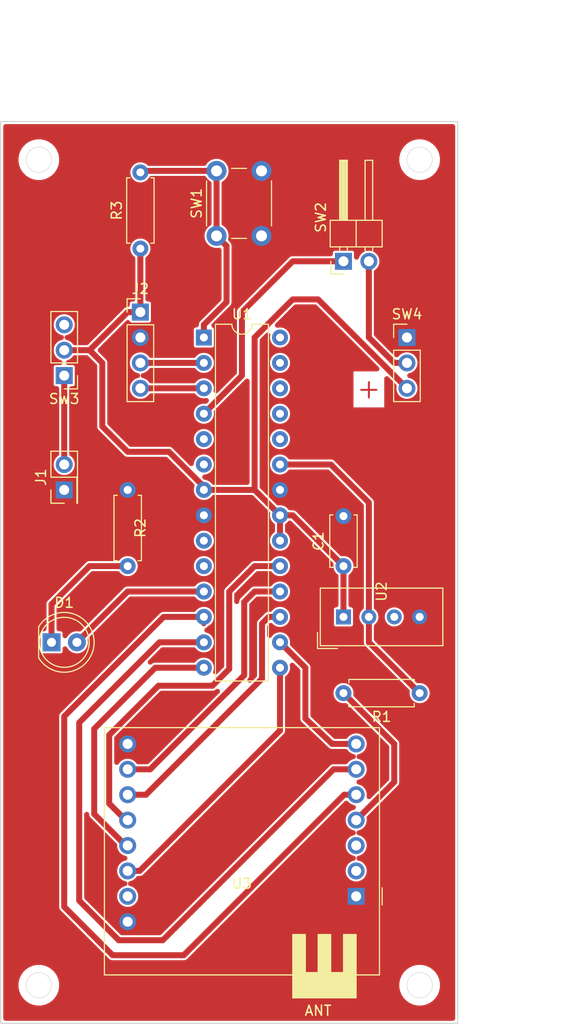
<source format=kicad_pcb>
(kicad_pcb (version 20171130) (host pcbnew "(5.1.6-0)")

  (general
    (thickness 1.6)
    (drawings 11)
    (tracks 102)
    (zones 0)
    (modules 14)
    (nets 33)
  )

  (page A4)
  (layers
    (0 F.Cu signal)
    (31 B.Cu signal hide)
    (32 B.Adhes user hide)
    (33 F.Adhes user hide)
    (34 B.Paste user hide)
    (35 F.Paste user hide)
    (36 B.SilkS user hide)
    (37 F.SilkS user hide)
    (38 B.Mask user hide)
    (39 F.Mask user hide)
    (40 Dwgs.User user)
    (41 Cmts.User user hide)
    (42 Eco1.User user hide)
    (43 Eco2.User user hide)
    (44 Edge.Cuts user)
    (45 Margin user hide)
    (46 B.CrtYd user hide)
    (47 F.CrtYd user)
    (48 B.Fab user hide)
    (49 F.Fab user)
  )

  (setup
    (last_trace_width 0.6)
    (trace_clearance 0.2)
    (zone_clearance 0.2)
    (zone_45_only no)
    (trace_min 0.2)
    (via_size 0.8)
    (via_drill 0.4)
    (via_min_size 0.4)
    (via_min_drill 0.3)
    (user_via 3.5 3)
    (uvia_size 0.3)
    (uvia_drill 0.1)
    (uvias_allowed no)
    (uvia_min_size 0.2)
    (uvia_min_drill 0.1)
    (edge_width 0.05)
    (segment_width 0.2)
    (pcb_text_width 0.3)
    (pcb_text_size 1.5 1.5)
    (mod_edge_width 0.12)
    (mod_text_size 1 1)
    (mod_text_width 0.15)
    (pad_size 1.524 1.524)
    (pad_drill 0.762)
    (pad_to_mask_clearance 0.05)
    (aux_axis_origin 118.11 140.97)
    (visible_elements FFFFFF7F)
    (pcbplotparams
      (layerselection 0x01000_7fffffff)
      (usegerberextensions false)
      (usegerberattributes false)
      (usegerberadvancedattributes false)
      (creategerberjobfile false)
      (excludeedgelayer true)
      (linewidth 0.100000)
      (plotframeref false)
      (viasonmask false)
      (mode 1)
      (useauxorigin true)
      (hpglpennumber 1)
      (hpglpenspeed 20)
      (hpglpendiameter 15.000000)
      (psnegative false)
      (psa4output false)
      (plotreference false)
      (plotvalue false)
      (plotinvisibletext false)
      (padsonsilk false)
      (subtractmaskfromsilk false)
      (outputformat 1)
      (mirror false)
      (drillshape 0)
      (scaleselection 1)
      (outputdirectory ""))
  )

  (net 0 "")
  (net 1 +3V3)
  (net 2 GND)
  (net 3 "Net-(D1-Pad1)")
  (net 4 "Net-(R3-Pad2)")
  (net 5 "Net-(U1-Pad28)")
  (net 6 "Net-(U1-Pad27)")
  (net 7 "Net-(U1-Pad26)")
  (net 8 "Net-(U1-Pad25)")
  (net 9 SS)
  (net 10 "Net-(U1-Pad24)")
  (net 11 "Net-(U1-Pad10)")
  (net 12 "Net-(U1-Pad9)")
  (net 13 "Net-(U1-Pad6)")
  (net 14 SCK)
  (net 15 "Net-(U1-Pad5)")
  (net 16 MISO)
  (net 17 MOSI)
  (net 18 "Net-(D1-Pad2)")
  (net 19 "Net-(U2-Pad3)")
  (net 20 "Net-(U3-Pad9)")
  (net 21 "Net-(U3-Pad3)")
  (net 22 "Net-(U3-Pad2)")
  (net 23 RST)
  (net 24 D1)
  (net 25 D0)
  (net 26 DATA)
  (net 27 "Net-(J1-Pad2)")
  (net 28 RX)
  (net 29 TX)
  (net 30 D2)
  (net 31 "Net-(SW2-Pad2)")
  (net 32 "Net-(SW2-Pad1)")

  (net_class Default "This is the default net class."
    (clearance 0.2)
    (trace_width 0.6)
    (via_dia 0.8)
    (via_drill 0.4)
    (uvia_dia 0.3)
    (uvia_drill 0.1)
    (add_net +3V3)
    (add_net D0)
    (add_net D1)
    (add_net D2)
    (add_net DATA)
    (add_net GND)
    (add_net MISO)
    (add_net MOSI)
    (add_net "Net-(D1-Pad1)")
    (add_net "Net-(D1-Pad2)")
    (add_net "Net-(J1-Pad2)")
    (add_net "Net-(R3-Pad2)")
    (add_net "Net-(SW2-Pad1)")
    (add_net "Net-(SW2-Pad2)")
    (add_net "Net-(U1-Pad10)")
    (add_net "Net-(U1-Pad24)")
    (add_net "Net-(U1-Pad25)")
    (add_net "Net-(U1-Pad26)")
    (add_net "Net-(U1-Pad27)")
    (add_net "Net-(U1-Pad28)")
    (add_net "Net-(U1-Pad5)")
    (add_net "Net-(U1-Pad6)")
    (add_net "Net-(U1-Pad9)")
    (add_net "Net-(U2-Pad3)")
    (add_net "Net-(U3-Pad2)")
    (add_net "Net-(U3-Pad3)")
    (add_net "Net-(U3-Pad9)")
    (add_net RST)
    (add_net RX)
    (add_net SCK)
    (add_net SS)
    (add_net TX)
  )

  (module Connector_PinHeader_2.54mm:PinHeader_2x01_P2.54mm_Vertical (layer F.Cu) (tedit 59FED5CC) (tstamp 600CA0F1)
    (at 124.46 87.63 90)
    (descr "Through hole straight pin header, 2x01, 2.54mm pitch, double rows")
    (tags "Through hole pin header THT 2x01 2.54mm double row")
    (path /5F7F6A5C)
    (fp_text reference J1 (at 1.27 -2.33 90) (layer F.SilkS)
      (effects (font (size 1 1) (thickness 0.15)))
    )
    (fp_text value Battery (at 1.27 2.33 90) (layer F.Fab)
      (effects (font (size 1 1) (thickness 0.15)))
    )
    (fp_line (start 0 -1.27) (end 3.81 -1.27) (layer F.Fab) (width 0.1))
    (fp_line (start 3.81 -1.27) (end 3.81 1.27) (layer F.Fab) (width 0.1))
    (fp_line (start 3.81 1.27) (end -1.27 1.27) (layer F.Fab) (width 0.1))
    (fp_line (start -1.27 1.27) (end -1.27 0) (layer F.Fab) (width 0.1))
    (fp_line (start -1.27 0) (end 0 -1.27) (layer F.Fab) (width 0.1))
    (fp_line (start -1.33 1.33) (end 3.87 1.33) (layer F.SilkS) (width 0.12))
    (fp_line (start -1.33 1.27) (end -1.33 1.33) (layer F.SilkS) (width 0.12))
    (fp_line (start 3.87 -1.33) (end 3.87 1.33) (layer F.SilkS) (width 0.12))
    (fp_line (start -1.33 1.27) (end 1.27 1.27) (layer F.SilkS) (width 0.12))
    (fp_line (start 1.27 1.27) (end 1.27 -1.33) (layer F.SilkS) (width 0.12))
    (fp_line (start 1.27 -1.33) (end 3.87 -1.33) (layer F.SilkS) (width 0.12))
    (fp_line (start -1.33 0) (end -1.33 -1.33) (layer F.SilkS) (width 0.12))
    (fp_line (start -1.33 -1.33) (end 0 -1.33) (layer F.SilkS) (width 0.12))
    (fp_line (start -1.8 -1.8) (end -1.8 1.8) (layer F.CrtYd) (width 0.05))
    (fp_line (start -1.8 1.8) (end 4.35 1.8) (layer F.CrtYd) (width 0.05))
    (fp_line (start 4.35 1.8) (end 4.35 -1.8) (layer F.CrtYd) (width 0.05))
    (fp_line (start 4.35 -1.8) (end -1.8 -1.8) (layer F.CrtYd) (width 0.05))
    (fp_text user %R (at 1.27 0) (layer F.Fab)
      (effects (font (size 1 1) (thickness 0.15)))
    )
    (pad 2 thru_hole oval (at 2.54 0 90) (size 1.7 1.7) (drill 1) (layers *.Cu *.Mask)
      (net 27 "Net-(J1-Pad2)"))
    (pad 1 thru_hole rect (at 0 0 90) (size 1.7 1.7) (drill 1) (layers *.Cu *.Mask)
      (net 2 GND))
    (model ${KISYS3DMOD}/Connector_PinHeader_2.54mm.3dshapes/PinHeader_2x01_P2.54mm_Vertical.wrl
      (at (xyz 0 0 0))
      (scale (xyz 1 1 1))
      (rotate (xyz 0 0 0))
    )
  )

  (module Connector_PinHeader_2.54mm:PinHeader_1x03_P2.54mm_Vertical (layer F.Cu) (tedit 59FED5CC) (tstamp 600C568B)
    (at 158.75 72.39)
    (descr "Through hole straight pin header, 1x03, 2.54mm pitch, single row")
    (tags "Through hole pin header THT 1x03 2.54mm single row")
    (path /60168AEC)
    (fp_text reference SW4 (at 0 -2.33) (layer F.SilkS)
      (effects (font (size 1 1) (thickness 0.15)))
    )
    (fp_text value NO/NC (at 0 7.41) (layer F.Fab)
      (effects (font (size 1 1) (thickness 0.15)))
    )
    (fp_line (start -0.635 -1.27) (end 1.27 -1.27) (layer F.Fab) (width 0.1))
    (fp_line (start 1.27 -1.27) (end 1.27 6.35) (layer F.Fab) (width 0.1))
    (fp_line (start 1.27 6.35) (end -1.27 6.35) (layer F.Fab) (width 0.1))
    (fp_line (start -1.27 6.35) (end -1.27 -0.635) (layer F.Fab) (width 0.1))
    (fp_line (start -1.27 -0.635) (end -0.635 -1.27) (layer F.Fab) (width 0.1))
    (fp_line (start -1.33 6.41) (end 1.33 6.41) (layer F.SilkS) (width 0.12))
    (fp_line (start -1.33 1.27) (end -1.33 6.41) (layer F.SilkS) (width 0.12))
    (fp_line (start 1.33 1.27) (end 1.33 6.41) (layer F.SilkS) (width 0.12))
    (fp_line (start -1.33 1.27) (end 1.33 1.27) (layer F.SilkS) (width 0.12))
    (fp_line (start -1.33 0) (end -1.33 -1.33) (layer F.SilkS) (width 0.12))
    (fp_line (start -1.33 -1.33) (end 0 -1.33) (layer F.SilkS) (width 0.12))
    (fp_line (start -1.8 -1.8) (end -1.8 6.85) (layer F.CrtYd) (width 0.05))
    (fp_line (start -1.8 6.85) (end 1.8 6.85) (layer F.CrtYd) (width 0.05))
    (fp_line (start 1.8 6.85) (end 1.8 -1.8) (layer F.CrtYd) (width 0.05))
    (fp_line (start 1.8 -1.8) (end -1.8 -1.8) (layer F.CrtYd) (width 0.05))
    (fp_text user %R (at 0 2.54 90) (layer F.Fab)
      (effects (font (size 1 1) (thickness 0.15)))
    )
    (pad 3 thru_hole oval (at 0 5.08) (size 1.7 1.7) (drill 1) (layers *.Cu *.Mask)
      (net 1 +3V3))
    (pad 2 thru_hole oval (at 0 2.54) (size 1.7 1.7) (drill 1) (layers *.Cu *.Mask)
      (net 31 "Net-(SW2-Pad2)"))
    (pad 1 thru_hole rect (at 0 0) (size 1.7 1.7) (drill 1) (layers *.Cu *.Mask)
      (net 2 GND))
    (model ${KISYS3DMOD}/Connector_PinHeader_2.54mm.3dshapes/PinHeader_1x03_P2.54mm_Vertical.wrl
      (at (xyz 0 0 0))
      (scale (xyz 1 1 1))
      (rotate (xyz 0 0 0))
    )
  )

  (module Capacitor_THT:C_Disc_D5.0mm_W2.5mm_P5.00mm (layer F.Cu) (tedit 5AE50EF0) (tstamp 5FA1635C)
    (at 152.4 95.25 90)
    (descr "C, Disc series, Radial, pin pitch=5.00mm, , diameter*width=5*2.5mm^2, Capacitor, http://cdn-reichelt.de/documents/datenblatt/B300/DS_KERKO_TC.pdf")
    (tags "C Disc series Radial pin pitch 5.00mm  diameter 5mm width 2.5mm Capacitor")
    (path /5F808AFB)
    (fp_text reference C1 (at 2.5 -2.5 90) (layer F.SilkS)
      (effects (font (size 1 1) (thickness 0.15)))
    )
    (fp_text value 1nF (at 2.5 2.5 90) (layer F.Fab)
      (effects (font (size 1 1) (thickness 0.15)))
    )
    (fp_line (start 6.05 -1.5) (end -1.05 -1.5) (layer F.CrtYd) (width 0.05))
    (fp_line (start 6.05 1.5) (end 6.05 -1.5) (layer F.CrtYd) (width 0.05))
    (fp_line (start -1.05 1.5) (end 6.05 1.5) (layer F.CrtYd) (width 0.05))
    (fp_line (start -1.05 -1.5) (end -1.05 1.5) (layer F.CrtYd) (width 0.05))
    (fp_line (start 5.12 1.055) (end 5.12 1.37) (layer F.SilkS) (width 0.12))
    (fp_line (start 5.12 -1.37) (end 5.12 -1.055) (layer F.SilkS) (width 0.12))
    (fp_line (start -0.12 1.055) (end -0.12 1.37) (layer F.SilkS) (width 0.12))
    (fp_line (start -0.12 -1.37) (end -0.12 -1.055) (layer F.SilkS) (width 0.12))
    (fp_line (start -0.12 1.37) (end 5.12 1.37) (layer F.SilkS) (width 0.12))
    (fp_line (start -0.12 -1.37) (end 5.12 -1.37) (layer F.SilkS) (width 0.12))
    (fp_line (start 5 -1.25) (end 0 -1.25) (layer F.Fab) (width 0.1))
    (fp_line (start 5 1.25) (end 5 -1.25) (layer F.Fab) (width 0.1))
    (fp_line (start 0 1.25) (end 5 1.25) (layer F.Fab) (width 0.1))
    (fp_line (start 0 -1.25) (end 0 1.25) (layer F.Fab) (width 0.1))
    (fp_text user %R (at 2.5 0 90) (layer F.Fab)
      (effects (font (size 1 1) (thickness 0.15)))
    )
    (pad 2 thru_hole circle (at 5 0 90) (size 1.6 1.6) (drill 0.8) (layers *.Cu *.Mask)
      (net 2 GND))
    (pad 1 thru_hole circle (at 0 0 90) (size 1.6 1.6) (drill 0.8) (layers *.Cu *.Mask)
      (net 1 +3V3))
    (model ${KISYS3DMOD}/Capacitor_THT.3dshapes/C_Disc_D5.0mm_W2.5mm_P5.00mm.wrl
      (at (xyz 0 0 0))
      (scale (xyz 1 1 1))
      (rotate (xyz 0 0 0))
    )
  )

  (module Connector_PinHeader_2.54mm:PinHeader_1x04_P2.54mm_Vertical (layer F.Cu) (tedit 59FED5CC) (tstamp 5F8570BE)
    (at 132.08 69.85)
    (descr "Through hole straight pin header, 1x04, 2.54mm pitch, single row")
    (tags "Through hole pin header THT 1x04 2.54mm single row")
    (path /5F88904B)
    (fp_text reference J2 (at 0 -2.33) (layer F.SilkS)
      (effects (font (size 1 1) (thickness 0.15)))
    )
    (fp_text value UART (at 0 9.95) (layer F.Fab)
      (effects (font (size 1 1) (thickness 0.15)))
    )
    (fp_line (start 1.8 -1.8) (end -1.8 -1.8) (layer F.CrtYd) (width 0.05))
    (fp_line (start 1.8 9.4) (end 1.8 -1.8) (layer F.CrtYd) (width 0.05))
    (fp_line (start -1.8 9.4) (end 1.8 9.4) (layer F.CrtYd) (width 0.05))
    (fp_line (start -1.8 -1.8) (end -1.8 9.4) (layer F.CrtYd) (width 0.05))
    (fp_line (start -1.33 -1.33) (end 0 -1.33) (layer F.SilkS) (width 0.12))
    (fp_line (start -1.33 0) (end -1.33 -1.33) (layer F.SilkS) (width 0.12))
    (fp_line (start -1.33 1.27) (end 1.33 1.27) (layer F.SilkS) (width 0.12))
    (fp_line (start 1.33 1.27) (end 1.33 8.95) (layer F.SilkS) (width 0.12))
    (fp_line (start -1.33 1.27) (end -1.33 8.95) (layer F.SilkS) (width 0.12))
    (fp_line (start -1.33 8.95) (end 1.33 8.95) (layer F.SilkS) (width 0.12))
    (fp_line (start -1.27 -0.635) (end -0.635 -1.27) (layer F.Fab) (width 0.1))
    (fp_line (start -1.27 8.89) (end -1.27 -0.635) (layer F.Fab) (width 0.1))
    (fp_line (start 1.27 8.89) (end -1.27 8.89) (layer F.Fab) (width 0.1))
    (fp_line (start 1.27 -1.27) (end 1.27 8.89) (layer F.Fab) (width 0.1))
    (fp_line (start -0.635 -1.27) (end 1.27 -1.27) (layer F.Fab) (width 0.1))
    (fp_text user %R (at 0 3.81 90) (layer F.Fab)
      (effects (font (size 1 1) (thickness 0.15)))
    )
    (pad 4 thru_hole oval (at 0 7.62) (size 1.7 1.7) (drill 1) (layers *.Cu *.Mask)
      (net 28 RX))
    (pad 3 thru_hole oval (at 0 5.08) (size 1.7 1.7) (drill 1) (layers *.Cu *.Mask)
      (net 29 TX))
    (pad 2 thru_hole oval (at 0 2.54) (size 1.7 1.7) (drill 1) (layers *.Cu *.Mask)
      (net 2 GND))
    (pad 1 thru_hole rect (at 0 0) (size 1.7 1.7) (drill 1) (layers *.Cu *.Mask)
      (net 1 +3V3))
    (model ${KISYS3DMOD}/Connector_PinHeader_2.54mm.3dshapes/PinHeader_1x04_P2.54mm_Vertical.wrl
      (at (xyz 0 0 0))
      (scale (xyz 1 1 1))
      (rotate (xyz 0 0 0))
    )
  )

  (module Connector_PinHeader_2.54mm:PinHeader_1x03_P2.54mm_Vertical (layer F.Cu) (tedit 59FED5CC) (tstamp 5F82E5C2)
    (at 124.46 76.2 180)
    (descr "Through hole straight pin header, 1x03, 2.54mm pitch, single row")
    (tags "Through hole pin header THT 1x03 2.54mm single row")
    (path /5F83D998)
    (fp_text reference SW3 (at 0 -2.33) (layer F.SilkS)
      (effects (font (size 1 1) (thickness 0.15)))
    )
    (fp_text value SW_SPST (at 0 7.41) (layer F.Fab)
      (effects (font (size 1 1) (thickness 0.15)))
    )
    (fp_line (start 1.8 -1.8) (end -1.8 -1.8) (layer F.CrtYd) (width 0.05))
    (fp_line (start 1.8 6.85) (end 1.8 -1.8) (layer F.CrtYd) (width 0.05))
    (fp_line (start -1.8 6.85) (end 1.8 6.85) (layer F.CrtYd) (width 0.05))
    (fp_line (start -1.8 -1.8) (end -1.8 6.85) (layer F.CrtYd) (width 0.05))
    (fp_line (start -1.33 -1.33) (end 0 -1.33) (layer F.SilkS) (width 0.12))
    (fp_line (start -1.33 0) (end -1.33 -1.33) (layer F.SilkS) (width 0.12))
    (fp_line (start -1.33 1.27) (end 1.33 1.27) (layer F.SilkS) (width 0.12))
    (fp_line (start 1.33 1.27) (end 1.33 6.41) (layer F.SilkS) (width 0.12))
    (fp_line (start -1.33 1.27) (end -1.33 6.41) (layer F.SilkS) (width 0.12))
    (fp_line (start -1.33 6.41) (end 1.33 6.41) (layer F.SilkS) (width 0.12))
    (fp_line (start -1.27 -0.635) (end -0.635 -1.27) (layer F.Fab) (width 0.1))
    (fp_line (start -1.27 6.35) (end -1.27 -0.635) (layer F.Fab) (width 0.1))
    (fp_line (start 1.27 6.35) (end -1.27 6.35) (layer F.Fab) (width 0.1))
    (fp_line (start 1.27 -1.27) (end 1.27 6.35) (layer F.Fab) (width 0.1))
    (fp_line (start -0.635 -1.27) (end 1.27 -1.27) (layer F.Fab) (width 0.1))
    (fp_text user %R (at 0 2.54 90) (layer F.Fab)
      (effects (font (size 1 1) (thickness 0.15)))
    )
    (pad 3 thru_hole oval (at 0 5.08 180) (size 1.7 1.7) (drill 1) (layers *.Cu *.Mask))
    (pad 2 thru_hole oval (at 0 2.54 180) (size 1.7 1.7) (drill 1) (layers *.Cu *.Mask)
      (net 1 +3V3))
    (pad 1 thru_hole rect (at 0 0 180) (size 1.7 1.7) (drill 1) (layers *.Cu *.Mask)
      (net 27 "Net-(J1-Pad2)"))
    (model ${KISYS3DMOD}/Connector_PinHeader_2.54mm.3dshapes/PinHeader_1x03_P2.54mm_Vertical.wrl
      (at (xyz 0 0 0))
      (scale (xyz 1 1 1))
      (rotate (xyz 0 0 0))
    )
  )

  (module RF_Module:SX1276_Package (layer F.Cu) (tedit 5F7F8092) (tstamp 5F7FDE46)
    (at 153.67 128.27 180)
    (descr "SX1276 LoRa Module (http://modtronix.com/img/prod/imod/inair9/inair_dimensions.gif)")
    (tags "SX1276 RF 915MHz 868MHz Wireless on Pin support Package")
    (path /5F816920)
    (fp_text reference U3 (at 11.43 1.27) (layer F.SilkS)
      (effects (font (size 1 1) (thickness 0.15)))
    )
    (fp_text value SX1276_package (at 11.43 -2.54) (layer F.Fab)
      (effects (font (size 1 1) (thickness 0.15)))
    )
    (fp_poly (pts (xy 6.35 -7.62) (xy 0 -7.62) (xy 0 -10.16) (xy 6.35 -10.16)) (layer F.SilkS) (width 0.1))
    (fp_poly (pts (xy 6.35 -3.81) (xy 5.08 -3.81) (xy 5.08 -7.62) (xy 6.35 -7.62)) (layer F.SilkS) (width 0.1))
    (fp_poly (pts (xy 3.81 -3.81) (xy 2.54 -3.81) (xy 2.54 -7.62) (xy 3.81 -7.62)) (layer F.SilkS) (width 0.1))
    (fp_poly (pts (xy 1.27 -3.81) (xy 0 -3.81) (xy 0 -7.62) (xy 1.27 -7.62)) (layer F.SilkS) (width 0.1))
    (fp_line (start -2.6 -0.85) (end -2.6 0.85) (layer F.SilkS) (width 0.12))
    (fp_line (start -1.22 0) (end -2.22 -0.5) (layer F.Fab) (width 0.1))
    (fp_line (start -2.22 0.5) (end -1.22 0) (layer F.Fab) (width 0.1))
    (fp_line (start -2.22 -0.5) (end -2.22 -7.75) (layer F.Fab) (width 0.1))
    (fp_line (start 25.19 16.87) (end -2.33 16.87) (layer F.SilkS) (width 0.12))
    (fp_line (start 25.19 -7.86) (end 25.19 16.87) (layer F.SilkS) (width 0.12))
    (fp_line (start -2.33 -7.86) (end 25.19 -7.86) (layer F.SilkS) (width 0.12))
    (fp_line (start -2.33 16.87) (end -2.33 -7.86) (layer F.SilkS) (width 0.12))
    (fp_line (start -2.47 17.01) (end -2.47 -8) (layer F.CrtYd) (width 0.05))
    (fp_line (start 25.33 17.01) (end -2.47 17.01) (layer F.CrtYd) (width 0.05))
    (fp_line (start 25.33 -8) (end 25.33 17.01) (layer F.CrtYd) (width 0.05))
    (fp_line (start -2.47 -8) (end 25.33 -8) (layer F.CrtYd) (width 0.05))
    (fp_line (start -2.22 16.76) (end -2.22 0.5) (layer F.Fab) (width 0.1))
    (fp_line (start -2.22 16.76) (end 25.08 16.76) (layer F.Fab) (width 0.1))
    (fp_line (start 25.08 -7.75) (end 25.08 16.76) (layer F.Fab) (width 0.1))
    (fp_line (start -2.22 -7.75) (end 25.08 -7.75) (layer F.Fab) (width 0.1))
    (fp_text user ANT (at 3.81 -11.43) (layer F.SilkS)
      (effects (font (size 1 1) (thickness 0.15)))
    )
    (fp_text user %R (at 11.43 4.5085) (layer F.Fab)
      (effects (font (size 1 1) (thickness 0.15)))
    )
    (pad 15 thru_hole circle (at 22.86 15.24 180) (size 1.7 1.7) (drill 1) (layers *.Cu *.Mask)
      (net 2 GND))
    (pad 8 thru_hole circle (at 22.86 -2.54 180) (size 1.7 1.7) (drill 1) (layers *.Cu *.Mask)
      (net 2 GND))
    (pad 9 thru_hole circle (at 22.86 0 180) (size 1.7 1.7) (drill 1) (layers *.Cu *.Mask)
      (net 20 "Net-(U3-Pad9)"))
    (pad 10 thru_hole circle (at 22.86 2.54 180) (size 1.7 1.7) (drill 1) (layers *.Cu *.Mask)
      (net 23 RST))
    (pad 11 thru_hole circle (at 22.86 5.08 180) (size 1.7 1.7) (drill 1) (layers *.Cu *.Mask)
      (net 9 SS))
    (pad 12 thru_hole circle (at 22.86 7.62 180) (size 1.7 1.7) (drill 1) (layers *.Cu *.Mask)
      (net 14 SCK))
    (pad 13 thru_hole circle (at 22.86 10.16 180) (size 1.7 1.7) (drill 1) (layers *.Cu *.Mask)
      (net 17 MOSI))
    (pad 14 thru_hole circle (at 22.86 12.7 180) (size 1.7 1.7) (drill 1) (layers *.Cu *.Mask)
      (net 16 MISO))
    (pad 7 thru_hole circle (at 0 15.24 180) (size 1.7 1.7) (drill 1) (layers *.Cu *.Mask)
      (net 30 D2))
    (pad 6 thru_hole circle (at 0 12.7 180) (size 1.7 1.7) (drill 1) (layers *.Cu *.Mask)
      (net 24 D1))
    (pad 5 thru_hole circle (at 0 10.16 180) (size 1.7 1.7) (drill 1) (layers *.Cu *.Mask)
      (net 25 D0))
    (pad 4 thru_hole circle (at 0 7.62 180) (size 1.7 1.7) (drill 1) (layers *.Cu *.Mask)
      (net 1 +3V3))
    (pad 3 thru_hole circle (at 0 5.08 180) (size 1.7 1.7) (drill 1) (layers *.Cu *.Mask)
      (net 21 "Net-(U3-Pad3)"))
    (pad 2 thru_hole circle (at 0 2.54 180) (size 1.7 1.7) (drill 1) (layers *.Cu *.Mask)
      (net 22 "Net-(U3-Pad2)"))
    (pad 1 thru_hole rect (at 0 0 180) (size 1.7 1.7) (drill 1) (layers *.Cu *.Mask)
      (net 2 GND))
    (model ${KISYS3DMOD}/RF_Module.3dshapes/Modtronix_inAir9.wrl
      (at (xyz 0 0 0))
      (scale (xyz 1 1 1))
      (rotate (xyz 0 0 0))
    )
  )

  (module Package_DIP:DIP-28_W7.62mm (layer F.Cu) (tedit 5A02E8C5) (tstamp 5F7FDE05)
    (at 138.43 72.39)
    (descr "28-lead though-hole mounted DIP package, row spacing 7.62 mm (300 mils)")
    (tags "THT DIP DIL PDIP 2.54mm 7.62mm 300mil")
    (path /5F7F4849)
    (fp_text reference U1 (at 3.81 -2.33) (layer F.SilkS)
      (effects (font (size 1 1) (thickness 0.15)))
    )
    (fp_text value ATmega328P-PU (at 3.81 35.35) (layer F.Fab)
      (effects (font (size 1 1) (thickness 0.15)))
    )
    (fp_line (start 1.635 -1.27) (end 6.985 -1.27) (layer F.Fab) (width 0.1))
    (fp_line (start 6.985 -1.27) (end 6.985 34.29) (layer F.Fab) (width 0.1))
    (fp_line (start 6.985 34.29) (end 0.635 34.29) (layer F.Fab) (width 0.1))
    (fp_line (start 0.635 34.29) (end 0.635 -0.27) (layer F.Fab) (width 0.1))
    (fp_line (start 0.635 -0.27) (end 1.635 -1.27) (layer F.Fab) (width 0.1))
    (fp_line (start 2.81 -1.33) (end 1.16 -1.33) (layer F.SilkS) (width 0.12))
    (fp_line (start 1.16 -1.33) (end 1.16 34.35) (layer F.SilkS) (width 0.12))
    (fp_line (start 1.16 34.35) (end 6.46 34.35) (layer F.SilkS) (width 0.12))
    (fp_line (start 6.46 34.35) (end 6.46 -1.33) (layer F.SilkS) (width 0.12))
    (fp_line (start 6.46 -1.33) (end 4.81 -1.33) (layer F.SilkS) (width 0.12))
    (fp_line (start -1.1 -1.55) (end -1.1 34.55) (layer F.CrtYd) (width 0.05))
    (fp_line (start -1.1 34.55) (end 8.7 34.55) (layer F.CrtYd) (width 0.05))
    (fp_line (start 8.7 34.55) (end 8.7 -1.55) (layer F.CrtYd) (width 0.05))
    (fp_line (start 8.7 -1.55) (end -1.1 -1.55) (layer F.CrtYd) (width 0.05))
    (fp_text user %R (at 3.81 16.51) (layer F.Fab)
      (effects (font (size 1 1) (thickness 0.15)))
    )
    (fp_arc (start 3.81 -1.33) (end 2.81 -1.33) (angle -180) (layer F.SilkS) (width 0.12))
    (pad 28 thru_hole oval (at 7.62 0) (size 1.6 1.6) (drill 0.8) (layers *.Cu *.Mask)
      (net 5 "Net-(U1-Pad28)"))
    (pad 14 thru_hole oval (at 0 33.02) (size 1.6 1.6) (drill 0.8) (layers *.Cu *.Mask)
      (net 9 SS))
    (pad 27 thru_hole oval (at 7.62 2.54) (size 1.6 1.6) (drill 0.8) (layers *.Cu *.Mask)
      (net 6 "Net-(U1-Pad27)"))
    (pad 13 thru_hole oval (at 0 30.48) (size 1.6 1.6) (drill 0.8) (layers *.Cu *.Mask)
      (net 24 D1))
    (pad 26 thru_hole oval (at 7.62 5.08) (size 1.6 1.6) (drill 0.8) (layers *.Cu *.Mask)
      (net 7 "Net-(U1-Pad26)"))
    (pad 12 thru_hole oval (at 0 27.94) (size 1.6 1.6) (drill 0.8) (layers *.Cu *.Mask)
      (net 25 D0))
    (pad 25 thru_hole oval (at 7.62 7.62) (size 1.6 1.6) (drill 0.8) (layers *.Cu *.Mask)
      (net 8 "Net-(U1-Pad25)"))
    (pad 11 thru_hole oval (at 0 25.4) (size 1.6 1.6) (drill 0.8) (layers *.Cu *.Mask)
      (net 18 "Net-(D1-Pad2)"))
    (pad 24 thru_hole oval (at 7.62 10.16) (size 1.6 1.6) (drill 0.8) (layers *.Cu *.Mask)
      (net 10 "Net-(U1-Pad24)"))
    (pad 10 thru_hole oval (at 0 22.86) (size 1.6 1.6) (drill 0.8) (layers *.Cu *.Mask)
      (net 11 "Net-(U1-Pad10)"))
    (pad 23 thru_hole oval (at 7.62 12.7) (size 1.6 1.6) (drill 0.8) (layers *.Cu *.Mask)
      (net 26 DATA))
    (pad 9 thru_hole oval (at 0 20.32) (size 1.6 1.6) (drill 0.8) (layers *.Cu *.Mask)
      (net 12 "Net-(U1-Pad9)"))
    (pad 22 thru_hole oval (at 7.62 15.24) (size 1.6 1.6) (drill 0.8) (layers *.Cu *.Mask)
      (net 2 GND))
    (pad 8 thru_hole oval (at 0 17.78) (size 1.6 1.6) (drill 0.8) (layers *.Cu *.Mask)
      (net 2 GND))
    (pad 21 thru_hole oval (at 7.62 17.78) (size 1.6 1.6) (drill 0.8) (layers *.Cu *.Mask)
      (net 1 +3V3))
    (pad 7 thru_hole oval (at 0 15.24) (size 1.6 1.6) (drill 0.8) (layers *.Cu *.Mask)
      (net 1 +3V3))
    (pad 20 thru_hole oval (at 7.62 20.32) (size 1.6 1.6) (drill 0.8) (layers *.Cu *.Mask)
      (net 1 +3V3))
    (pad 6 thru_hole oval (at 0 12.7) (size 1.6 1.6) (drill 0.8) (layers *.Cu *.Mask)
      (net 13 "Net-(U1-Pad6)"))
    (pad 19 thru_hole oval (at 7.62 22.86) (size 1.6 1.6) (drill 0.8) (layers *.Cu *.Mask)
      (net 14 SCK))
    (pad 5 thru_hole oval (at 0 10.16) (size 1.6 1.6) (drill 0.8) (layers *.Cu *.Mask)
      (net 15 "Net-(U1-Pad5)"))
    (pad 18 thru_hole oval (at 7.62 25.4) (size 1.6 1.6) (drill 0.8) (layers *.Cu *.Mask)
      (net 16 MISO))
    (pad 4 thru_hole oval (at 0 7.62) (size 1.6 1.6) (drill 0.8) (layers *.Cu *.Mask)
      (net 32 "Net-(SW2-Pad1)"))
    (pad 17 thru_hole oval (at 7.62 27.94) (size 1.6 1.6) (drill 0.8) (layers *.Cu *.Mask)
      (net 17 MOSI))
    (pad 3 thru_hole oval (at 0 5.08) (size 1.6 1.6) (drill 0.8) (layers *.Cu *.Mask)
      (net 28 RX))
    (pad 16 thru_hole oval (at 7.62 30.48) (size 1.6 1.6) (drill 0.8) (layers *.Cu *.Mask)
      (net 30 D2))
    (pad 2 thru_hole oval (at 0 2.54) (size 1.6 1.6) (drill 0.8) (layers *.Cu *.Mask)
      (net 29 TX))
    (pad 15 thru_hole oval (at 7.62 33.02) (size 1.6 1.6) (drill 0.8) (layers *.Cu *.Mask)
      (net 23 RST))
    (pad 1 thru_hole rect (at 0 0) (size 1.6 1.6) (drill 0.8) (layers *.Cu *.Mask)
      (net 4 "Net-(R3-Pad2)"))
    (model ${KISYS3DMOD}/Package_DIP.3dshapes/DIP-28_W7.62mm.wrl
      (at (xyz 0 0 0))
      (scale (xyz 1 1 1))
      (rotate (xyz 0 0 0))
    )
  )

  (module Resistor_THT:R_Axial_DIN0207_L6.3mm_D2.5mm_P7.62mm_Horizontal (layer F.Cu) (tedit 5AE5139B) (tstamp 5F7FEBA8)
    (at 130.81 87.63 270)
    (descr "Resistor, Axial_DIN0207 series, Axial, Horizontal, pin pitch=7.62mm, 0.25W = 1/4W, length*diameter=6.3*2.5mm^2, http://cdn-reichelt.de/documents/datenblatt/B400/1_4W%23YAG.pdf")
    (tags "Resistor Axial_DIN0207 series Axial Horizontal pin pitch 7.62mm 0.25W = 1/4W length 6.3mm diameter 2.5mm")
    (path /5F89DE52)
    (fp_text reference R2 (at 3.81 -1.27 90) (layer F.SilkS)
      (effects (font (size 1 1) (thickness 0.15)))
    )
    (fp_text value 180 (at 3.81 2.37 90) (layer F.Fab)
      (effects (font (size 1 1) (thickness 0.15)))
    )
    (fp_line (start 0.66 -1.25) (end 0.66 1.25) (layer F.Fab) (width 0.1))
    (fp_line (start 0.66 1.25) (end 6.96 1.25) (layer F.Fab) (width 0.1))
    (fp_line (start 6.96 1.25) (end 6.96 -1.25) (layer F.Fab) (width 0.1))
    (fp_line (start 6.96 -1.25) (end 0.66 -1.25) (layer F.Fab) (width 0.1))
    (fp_line (start 0 0) (end 0.66 0) (layer F.Fab) (width 0.1))
    (fp_line (start 7.62 0) (end 6.96 0) (layer F.Fab) (width 0.1))
    (fp_line (start 0.54 -1.04) (end 0.54 -1.37) (layer F.SilkS) (width 0.12))
    (fp_line (start 0.54 -1.37) (end 7.08 -1.37) (layer F.SilkS) (width 0.12))
    (fp_line (start 7.08 -1.37) (end 7.08 -1.04) (layer F.SilkS) (width 0.12))
    (fp_line (start 0.54 1.04) (end 0.54 1.37) (layer F.SilkS) (width 0.12))
    (fp_line (start 0.54 1.37) (end 7.08 1.37) (layer F.SilkS) (width 0.12))
    (fp_line (start 7.08 1.37) (end 7.08 1.04) (layer F.SilkS) (width 0.12))
    (fp_line (start -1.05 -1.5) (end -1.05 1.5) (layer F.CrtYd) (width 0.05))
    (fp_line (start -1.05 1.5) (end 8.67 1.5) (layer F.CrtYd) (width 0.05))
    (fp_line (start 8.67 1.5) (end 8.67 -1.5) (layer F.CrtYd) (width 0.05))
    (fp_line (start 8.67 -1.5) (end -1.05 -1.5) (layer F.CrtYd) (width 0.05))
    (fp_text user %R (at 3.81 0 90) (layer F.Fab)
      (effects (font (size 1 1) (thickness 0.15)))
    )
    (pad 2 thru_hole oval (at 7.62 0 270) (size 1.6 1.6) (drill 0.8) (layers *.Cu *.Mask)
      (net 3 "Net-(D1-Pad1)"))
    (pad 1 thru_hole circle (at 0 0 270) (size 1.6 1.6) (drill 0.8) (layers *.Cu *.Mask)
      (net 2 GND))
    (model ${KISYS3DMOD}/Resistor_THT.3dshapes/R_Axial_DIN0207_L6.3mm_D2.5mm_P7.62mm_Horizontal.wrl
      (at (xyz 0 0 0))
      (scale (xyz 1 1 1))
      (rotate (xyz 0 0 0))
    )
  )

  (module LED_THT:LED_D5.0mm (layer F.Cu) (tedit 5995936A) (tstamp 5F7FEB37)
    (at 123.19 102.87)
    (descr "LED, diameter 5.0mm, 2 pins, http://cdn-reichelt.de/documents/datenblatt/A500/LL-504BC2E-009.pdf")
    (tags "LED diameter 5.0mm 2 pins")
    (path /5F8199F7)
    (fp_text reference D1 (at 1.27 -3.96) (layer F.SilkS)
      (effects (font (size 1 1) (thickness 0.15)))
    )
    (fp_text value LED (at 1.27 3.96) (layer F.Fab)
      (effects (font (size 1 1) (thickness 0.15)))
    )
    (fp_circle (center 1.27 0) (end 3.77 0) (layer F.Fab) (width 0.1))
    (fp_circle (center 1.27 0) (end 3.77 0) (layer F.SilkS) (width 0.12))
    (fp_line (start -1.23 -1.469694) (end -1.23 1.469694) (layer F.Fab) (width 0.1))
    (fp_line (start -1.29 -1.545) (end -1.29 1.545) (layer F.SilkS) (width 0.12))
    (fp_line (start -1.95 -3.25) (end -1.95 3.25) (layer F.CrtYd) (width 0.05))
    (fp_line (start -1.95 3.25) (end 4.5 3.25) (layer F.CrtYd) (width 0.05))
    (fp_line (start 4.5 3.25) (end 4.5 -3.25) (layer F.CrtYd) (width 0.05))
    (fp_line (start 4.5 -3.25) (end -1.95 -3.25) (layer F.CrtYd) (width 0.05))
    (fp_text user %R (at 1.25 0) (layer F.Fab)
      (effects (font (size 0.8 0.8) (thickness 0.2)))
    )
    (fp_arc (start 1.27 0) (end -1.29 1.54483) (angle -148.9) (layer F.SilkS) (width 0.12))
    (fp_arc (start 1.27 0) (end -1.29 -1.54483) (angle 148.9) (layer F.SilkS) (width 0.12))
    (fp_arc (start 1.27 0) (end -1.23 -1.469694) (angle 299.1) (layer F.Fab) (width 0.1))
    (pad 2 thru_hole circle (at 2.54 0) (size 1.8 1.8) (drill 0.9) (layers *.Cu *.Mask)
      (net 18 "Net-(D1-Pad2)"))
    (pad 1 thru_hole rect (at 0 0) (size 1.8 1.8) (drill 0.9) (layers *.Cu *.Mask)
      (net 3 "Net-(D1-Pad1)"))
    (model ${KISYS3DMOD}/LED_THT.3dshapes/LED_D5.0mm.wrl
      (at (xyz 0 0 0))
      (scale (xyz 1 1 1))
      (rotate (xyz 0 0 0))
    )
  )

  (module Sensor:Aosong_DHT11_5.5x12.0_P2.54mm (layer F.Cu) (tedit 5C4B60CF) (tstamp 5F7FDE1D)
    (at 152.4 100.33 90)
    (descr "Temperature and humidity module, http://akizukidenshi.com/download/ds/aosong/DHT11.pdf")
    (tags "Temperature and humidity module")
    (path /5F806567)
    (fp_text reference U2 (at 2.54 3.81 90) (layer F.SilkS)
      (effects (font (size 1 1) (thickness 0.15)))
    )
    (fp_text value DHT11 (at 1.27 6.35 180) (layer F.Fab)
      (effects (font (size 1 1) (thickness 0.15)))
    )
    (fp_line (start -1.75 -2.19) (end 2.75 -2.19) (layer F.Fab) (width 0.1))
    (fp_line (start 2.75 -2.19) (end 2.75 9.81) (layer F.Fab) (width 0.1))
    (fp_line (start 2.75 9.81) (end -2.75 9.81) (layer F.Fab) (width 0.1))
    (fp_line (start -2.75 -1.19) (end -2.75 9.81) (layer F.Fab) (width 0.1))
    (fp_line (start -2.87 -2.32) (end 2.87 -2.32) (layer F.SilkS) (width 0.12))
    (fp_line (start 2.88 -2.32) (end 2.88 9.94) (layer F.SilkS) (width 0.12))
    (fp_line (start 2.88 9.94) (end -2.88 9.94) (layer F.SilkS) (width 0.12))
    (fp_line (start -2.88 9.94) (end -2.88 -2.31) (layer F.SilkS) (width 0.12))
    (fp_line (start -3 -2.44) (end 3 -2.44) (layer F.CrtYd) (width 0.05))
    (fp_line (start 3 -2.44) (end 3 10.06) (layer F.CrtYd) (width 0.05))
    (fp_line (start 3 10.06) (end -3 10.06) (layer F.CrtYd) (width 0.05))
    (fp_line (start -3 10.06) (end -3 -2.44) (layer F.CrtYd) (width 0.05))
    (fp_line (start -2.75 -1.19) (end -1.75 -2.19) (layer F.Fab) (width 0.1))
    (fp_line (start -3.16 -2.6) (end -3.16 -0.6) (layer F.SilkS) (width 0.12))
    (fp_line (start -3.16 -2.6) (end -1.55 -2.6) (layer F.SilkS) (width 0.12))
    (fp_text user %R (at 0 3.81 90) (layer F.Fab)
      (effects (font (size 1 1) (thickness 0.15)))
    )
    (pad 4 thru_hole circle (at 0 7.62 90) (size 1.5 1.5) (drill 0.8) (layers *.Cu *.Mask)
      (net 2 GND))
    (pad 3 thru_hole circle (at 0 5.08 90) (size 1.5 1.5) (drill 0.8) (layers *.Cu *.Mask)
      (net 19 "Net-(U2-Pad3)"))
    (pad 2 thru_hole circle (at 0 2.54 90) (size 1.5 1.5) (drill 0.8) (layers *.Cu *.Mask)
      (net 26 DATA))
    (pad 1 thru_hole rect (at 0 0 90) (size 1.5 1.5) (drill 0.8) (layers *.Cu *.Mask)
      (net 1 +3V3))
    (model ${KISYS3DMOD}/Sensor.3dshapes/Aosong_DHT11_5.5x12.0_P2.54mm.wrl
      (at (xyz 0 0 0))
      (scale (xyz 1 1 1))
      (rotate (xyz 0 0 0))
    )
  )

  (module Connector_PinHeader_2.54mm:PinHeader_1x02_P2.54mm_Horizontal (layer F.Cu) (tedit 59FED5CB) (tstamp 5F7FDDD5)
    (at 152.4 64.77 90)
    (descr "Through hole angled pin header, 1x02, 2.54mm pitch, 6mm pin length, single row")
    (tags "Through hole angled pin header THT 1x02 2.54mm single row")
    (path /5F828CE8)
    (fp_text reference SW2 (at 4.385 -2.27 90) (layer F.SilkS)
      (effects (font (size 1 1) (thickness 0.15)))
    )
    (fp_text value Detecteur (at 5.08 5.08 90) (layer F.Fab)
      (effects (font (size 1 1) (thickness 0.15)))
    )
    (fp_line (start 2.135 -1.27) (end 4.04 -1.27) (layer F.Fab) (width 0.1))
    (fp_line (start 4.04 -1.27) (end 4.04 3.81) (layer F.Fab) (width 0.1))
    (fp_line (start 4.04 3.81) (end 1.5 3.81) (layer F.Fab) (width 0.1))
    (fp_line (start 1.5 3.81) (end 1.5 -0.635) (layer F.Fab) (width 0.1))
    (fp_line (start 1.5 -0.635) (end 2.135 -1.27) (layer F.Fab) (width 0.1))
    (fp_line (start -0.32 -0.32) (end 1.5 -0.32) (layer F.Fab) (width 0.1))
    (fp_line (start -0.32 -0.32) (end -0.32 0.32) (layer F.Fab) (width 0.1))
    (fp_line (start -0.32 0.32) (end 1.5 0.32) (layer F.Fab) (width 0.1))
    (fp_line (start 4.04 -0.32) (end 10.04 -0.32) (layer F.Fab) (width 0.1))
    (fp_line (start 10.04 -0.32) (end 10.04 0.32) (layer F.Fab) (width 0.1))
    (fp_line (start 4.04 0.32) (end 10.04 0.32) (layer F.Fab) (width 0.1))
    (fp_line (start -0.32 2.22) (end 1.5 2.22) (layer F.Fab) (width 0.1))
    (fp_line (start -0.32 2.22) (end -0.32 2.86) (layer F.Fab) (width 0.1))
    (fp_line (start -0.32 2.86) (end 1.5 2.86) (layer F.Fab) (width 0.1))
    (fp_line (start 4.04 2.22) (end 10.04 2.22) (layer F.Fab) (width 0.1))
    (fp_line (start 10.04 2.22) (end 10.04 2.86) (layer F.Fab) (width 0.1))
    (fp_line (start 4.04 2.86) (end 10.04 2.86) (layer F.Fab) (width 0.1))
    (fp_line (start 1.44 -1.33) (end 1.44 3.87) (layer F.SilkS) (width 0.12))
    (fp_line (start 1.44 3.87) (end 4.1 3.87) (layer F.SilkS) (width 0.12))
    (fp_line (start 4.1 3.87) (end 4.1 -1.33) (layer F.SilkS) (width 0.12))
    (fp_line (start 4.1 -1.33) (end 1.44 -1.33) (layer F.SilkS) (width 0.12))
    (fp_line (start 4.1 -0.38) (end 10.1 -0.38) (layer F.SilkS) (width 0.12))
    (fp_line (start 10.1 -0.38) (end 10.1 0.38) (layer F.SilkS) (width 0.12))
    (fp_line (start 10.1 0.38) (end 4.1 0.38) (layer F.SilkS) (width 0.12))
    (fp_line (start 4.1 -0.32) (end 10.1 -0.32) (layer F.SilkS) (width 0.12))
    (fp_line (start 4.1 -0.2) (end 10.1 -0.2) (layer F.SilkS) (width 0.12))
    (fp_line (start 4.1 -0.08) (end 10.1 -0.08) (layer F.SilkS) (width 0.12))
    (fp_line (start 4.1 0.04) (end 10.1 0.04) (layer F.SilkS) (width 0.12))
    (fp_line (start 4.1 0.16) (end 10.1 0.16) (layer F.SilkS) (width 0.12))
    (fp_line (start 4.1 0.28) (end 10.1 0.28) (layer F.SilkS) (width 0.12))
    (fp_line (start 1.11 -0.38) (end 1.44 -0.38) (layer F.SilkS) (width 0.12))
    (fp_line (start 1.11 0.38) (end 1.44 0.38) (layer F.SilkS) (width 0.12))
    (fp_line (start 1.44 1.27) (end 4.1 1.27) (layer F.SilkS) (width 0.12))
    (fp_line (start 4.1 2.16) (end 10.1 2.16) (layer F.SilkS) (width 0.12))
    (fp_line (start 10.1 2.16) (end 10.1 2.92) (layer F.SilkS) (width 0.12))
    (fp_line (start 10.1 2.92) (end 4.1 2.92) (layer F.SilkS) (width 0.12))
    (fp_line (start 1.042929 2.16) (end 1.44 2.16) (layer F.SilkS) (width 0.12))
    (fp_line (start 1.042929 2.92) (end 1.44 2.92) (layer F.SilkS) (width 0.12))
    (fp_line (start -1.27 0) (end -1.27 -1.27) (layer F.SilkS) (width 0.12))
    (fp_line (start -1.27 -1.27) (end 0 -1.27) (layer F.SilkS) (width 0.12))
    (fp_line (start -1.8 -1.8) (end -1.8 4.35) (layer F.CrtYd) (width 0.05))
    (fp_line (start -1.8 4.35) (end 10.55 4.35) (layer F.CrtYd) (width 0.05))
    (fp_line (start 10.55 4.35) (end 10.55 -1.8) (layer F.CrtYd) (width 0.05))
    (fp_line (start 10.55 -1.8) (end -1.8 -1.8) (layer F.CrtYd) (width 0.05))
    (fp_text user %R (at 2.77 1.27) (layer F.Fab)
      (effects (font (size 1 1) (thickness 0.15)))
    )
    (pad 2 thru_hole oval (at 0 2.54 90) (size 1.7 1.7) (drill 1) (layers *.Cu *.Mask)
      (net 31 "Net-(SW2-Pad2)"))
    (pad 1 thru_hole rect (at 0 0 90) (size 1.7 1.7) (drill 1) (layers *.Cu *.Mask)
      (net 32 "Net-(SW2-Pad1)"))
    (model ${KISYS3DMOD}/Connector_PinHeader_2.54mm.3dshapes/PinHeader_1x02_P2.54mm_Horizontal.wrl
      (at (xyz 0 0 0))
      (scale (xyz 1 1 1))
      (rotate (xyz 0 0 0))
    )
  )

  (module Button_Switch_THT:SW_PUSH_6mm (layer F.Cu) (tedit 5A02FE31) (tstamp 5F7FDDA2)
    (at 139.7 62.23 90)
    (descr https://www.omron.com/ecb/products/pdf/en-b3f.pdf)
    (tags "tact sw push 6mm")
    (path /5F80F0EF)
    (fp_text reference SW1 (at 3.25 -2 90) (layer F.SilkS)
      (effects (font (size 1 1) (thickness 0.15)))
    )
    (fp_text value SW_Push (at 3.75 6.7 90) (layer F.Fab)
      (effects (font (size 1 1) (thickness 0.15)))
    )
    (fp_line (start 3.25 -0.75) (end 6.25 -0.75) (layer F.Fab) (width 0.1))
    (fp_line (start 6.25 -0.75) (end 6.25 5.25) (layer F.Fab) (width 0.1))
    (fp_line (start 6.25 5.25) (end 0.25 5.25) (layer F.Fab) (width 0.1))
    (fp_line (start 0.25 5.25) (end 0.25 -0.75) (layer F.Fab) (width 0.1))
    (fp_line (start 0.25 -0.75) (end 3.25 -0.75) (layer F.Fab) (width 0.1))
    (fp_line (start 7.75 6) (end 8 6) (layer F.CrtYd) (width 0.05))
    (fp_line (start 8 6) (end 8 5.75) (layer F.CrtYd) (width 0.05))
    (fp_line (start 7.75 -1.5) (end 8 -1.5) (layer F.CrtYd) (width 0.05))
    (fp_line (start 8 -1.5) (end 8 -1.25) (layer F.CrtYd) (width 0.05))
    (fp_line (start -1.5 -1.25) (end -1.5 -1.5) (layer F.CrtYd) (width 0.05))
    (fp_line (start -1.5 -1.5) (end -1.25 -1.5) (layer F.CrtYd) (width 0.05))
    (fp_line (start -1.5 5.75) (end -1.5 6) (layer F.CrtYd) (width 0.05))
    (fp_line (start -1.5 6) (end -1.25 6) (layer F.CrtYd) (width 0.05))
    (fp_line (start -1.25 -1.5) (end 7.75 -1.5) (layer F.CrtYd) (width 0.05))
    (fp_line (start -1.5 5.75) (end -1.5 -1.25) (layer F.CrtYd) (width 0.05))
    (fp_line (start 7.75 6) (end -1.25 6) (layer F.CrtYd) (width 0.05))
    (fp_line (start 8 -1.25) (end 8 5.75) (layer F.CrtYd) (width 0.05))
    (fp_line (start 1 5.5) (end 5.5 5.5) (layer F.SilkS) (width 0.12))
    (fp_line (start -0.25 1.5) (end -0.25 3) (layer F.SilkS) (width 0.12))
    (fp_line (start 5.5 -1) (end 1 -1) (layer F.SilkS) (width 0.12))
    (fp_line (start 6.75 3) (end 6.75 1.5) (layer F.SilkS) (width 0.12))
    (fp_circle (center 3.25 2.25) (end 1.25 2.5) (layer F.Fab) (width 0.1))
    (fp_text user %R (at 3.25 2.25 90) (layer F.Fab)
      (effects (font (size 1 1) (thickness 0.15)))
    )
    (pad 1 thru_hole circle (at 6.5 0 180) (size 2 2) (drill 1.1) (layers *.Cu *.Mask)
      (net 4 "Net-(R3-Pad2)"))
    (pad 2 thru_hole circle (at 6.5 4.5 180) (size 2 2) (drill 1.1) (layers *.Cu *.Mask)
      (net 2 GND))
    (pad 1 thru_hole circle (at 0 0 180) (size 2 2) (drill 1.1) (layers *.Cu *.Mask)
      (net 4 "Net-(R3-Pad2)"))
    (pad 2 thru_hole circle (at 0 4.5 180) (size 2 2) (drill 1.1) (layers *.Cu *.Mask)
      (net 2 GND))
    (model ${KISYS3DMOD}/Button_Switch_THT.3dshapes/SW_PUSH_6mm.wrl
      (at (xyz 0 0 0))
      (scale (xyz 1 1 1))
      (rotate (xyz 0 0 0))
    )
  )

  (module Resistor_THT:R_Axial_DIN0207_L6.3mm_D2.5mm_P7.62mm_Horizontal (layer F.Cu) (tedit 5AE5139B) (tstamp 5F7FDD6C)
    (at 132.08 63.5 90)
    (descr "Resistor, Axial_DIN0207 series, Axial, Horizontal, pin pitch=7.62mm, 0.25W = 1/4W, length*diameter=6.3*2.5mm^2, http://cdn-reichelt.de/documents/datenblatt/B400/1_4W%23YAG.pdf")
    (tags "Resistor Axial_DIN0207 series Axial Horizontal pin pitch 7.62mm 0.25W = 1/4W length 6.3mm diameter 2.5mm")
    (path /5F80FA9F)
    (fp_text reference R3 (at 3.81 -2.37 90) (layer F.SilkS)
      (effects (font (size 1 1) (thickness 0.15)))
    )
    (fp_text value 10k (at 3.81 2.37 90) (layer F.Fab)
      (effects (font (size 1 1) (thickness 0.15)))
    )
    (fp_line (start 0.66 -1.25) (end 0.66 1.25) (layer F.Fab) (width 0.1))
    (fp_line (start 0.66 1.25) (end 6.96 1.25) (layer F.Fab) (width 0.1))
    (fp_line (start 6.96 1.25) (end 6.96 -1.25) (layer F.Fab) (width 0.1))
    (fp_line (start 6.96 -1.25) (end 0.66 -1.25) (layer F.Fab) (width 0.1))
    (fp_line (start 0 0) (end 0.66 0) (layer F.Fab) (width 0.1))
    (fp_line (start 7.62 0) (end 6.96 0) (layer F.Fab) (width 0.1))
    (fp_line (start 0.54 -1.04) (end 0.54 -1.37) (layer F.SilkS) (width 0.12))
    (fp_line (start 0.54 -1.37) (end 7.08 -1.37) (layer F.SilkS) (width 0.12))
    (fp_line (start 7.08 -1.37) (end 7.08 -1.04) (layer F.SilkS) (width 0.12))
    (fp_line (start 0.54 1.04) (end 0.54 1.37) (layer F.SilkS) (width 0.12))
    (fp_line (start 0.54 1.37) (end 7.08 1.37) (layer F.SilkS) (width 0.12))
    (fp_line (start 7.08 1.37) (end 7.08 1.04) (layer F.SilkS) (width 0.12))
    (fp_line (start -1.05 -1.5) (end -1.05 1.5) (layer F.CrtYd) (width 0.05))
    (fp_line (start -1.05 1.5) (end 8.67 1.5) (layer F.CrtYd) (width 0.05))
    (fp_line (start 8.67 1.5) (end 8.67 -1.5) (layer F.CrtYd) (width 0.05))
    (fp_line (start 8.67 -1.5) (end -1.05 -1.5) (layer F.CrtYd) (width 0.05))
    (fp_text user %R (at 3.81 0 90) (layer F.Fab)
      (effects (font (size 1 1) (thickness 0.15)))
    )
    (pad 2 thru_hole oval (at 7.62 0 90) (size 1.6 1.6) (drill 0.8) (layers *.Cu *.Mask)
      (net 4 "Net-(R3-Pad2)"))
    (pad 1 thru_hole circle (at 0 0 90) (size 1.6 1.6) (drill 0.8) (layers *.Cu *.Mask)
      (net 1 +3V3))
    (model ${KISYS3DMOD}/Resistor_THT.3dshapes/R_Axial_DIN0207_L6.3mm_D2.5mm_P7.62mm_Horizontal.wrl
      (at (xyz 0 0 0))
      (scale (xyz 1 1 1))
      (rotate (xyz 0 0 0))
    )
  )

  (module Resistor_THT:R_Axial_DIN0207_L6.3mm_D2.5mm_P7.62mm_Horizontal (layer F.Cu) (tedit 5AE5139B) (tstamp 5F7FDD3E)
    (at 160.02 107.95 180)
    (descr "Resistor, Axial_DIN0207 series, Axial, Horizontal, pin pitch=7.62mm, 0.25W = 1/4W, length*diameter=6.3*2.5mm^2, http://cdn-reichelt.de/documents/datenblatt/B400/1_4W%23YAG.pdf")
    (tags "Resistor Axial_DIN0207 series Axial Horizontal pin pitch 7.62mm 0.25W = 1/4W length 6.3mm diameter 2.5mm")
    (path /5F808DAD)
    (fp_text reference R1 (at 3.81 -2.37) (layer F.SilkS)
      (effects (font (size 1 1) (thickness 0.15)))
    )
    (fp_text value 10k (at 3.81 2.37) (layer F.Fab)
      (effects (font (size 1 1) (thickness 0.15)))
    )
    (fp_line (start 0.66 -1.25) (end 0.66 1.25) (layer F.Fab) (width 0.1))
    (fp_line (start 0.66 1.25) (end 6.96 1.25) (layer F.Fab) (width 0.1))
    (fp_line (start 6.96 1.25) (end 6.96 -1.25) (layer F.Fab) (width 0.1))
    (fp_line (start 6.96 -1.25) (end 0.66 -1.25) (layer F.Fab) (width 0.1))
    (fp_line (start 0 0) (end 0.66 0) (layer F.Fab) (width 0.1))
    (fp_line (start 7.62 0) (end 6.96 0) (layer F.Fab) (width 0.1))
    (fp_line (start 0.54 -1.04) (end 0.54 -1.37) (layer F.SilkS) (width 0.12))
    (fp_line (start 0.54 -1.37) (end 7.08 -1.37) (layer F.SilkS) (width 0.12))
    (fp_line (start 7.08 -1.37) (end 7.08 -1.04) (layer F.SilkS) (width 0.12))
    (fp_line (start 0.54 1.04) (end 0.54 1.37) (layer F.SilkS) (width 0.12))
    (fp_line (start 0.54 1.37) (end 7.08 1.37) (layer F.SilkS) (width 0.12))
    (fp_line (start 7.08 1.37) (end 7.08 1.04) (layer F.SilkS) (width 0.12))
    (fp_line (start -1.05 -1.5) (end -1.05 1.5) (layer F.CrtYd) (width 0.05))
    (fp_line (start -1.05 1.5) (end 8.67 1.5) (layer F.CrtYd) (width 0.05))
    (fp_line (start 8.67 1.5) (end 8.67 -1.5) (layer F.CrtYd) (width 0.05))
    (fp_line (start 8.67 -1.5) (end -1.05 -1.5) (layer F.CrtYd) (width 0.05))
    (fp_text user %R (at 3.81 0) (layer F.Fab)
      (effects (font (size 1 1) (thickness 0.15)))
    )
    (pad 2 thru_hole oval (at 7.62 0 180) (size 1.6 1.6) (drill 0.8) (layers *.Cu *.Mask)
      (net 1 +3V3))
    (pad 1 thru_hole circle (at 0 0 180) (size 1.6 1.6) (drill 0.8) (layers *.Cu *.Mask)
      (net 26 DATA))
    (model ${KISYS3DMOD}/Resistor_THT.3dshapes/R_Axial_DIN0207_L6.3mm_D2.5mm_P7.62mm_Horizontal.wrl
      (at (xyz 0 0 0))
      (scale (xyz 1 1 1))
      (rotate (xyz 0 0 0))
    )
  )

  (gr_circle (center 160.02 54.61) (end 160.02 55.88) (layer Edge.Cuts) (width 0.05))
  (gr_circle (center 160.02 137.16) (end 160.02 138.43) (layer Edge.Cuts) (width 0.05))
  (gr_circle (center 121.92 137.16) (end 121.92 138.43) (layer Edge.Cuts) (width 0.05))
  (gr_circle (center 121.92 54.61) (end 121.92 55.88) (layer Edge.Cuts) (width 0.05))
  (gr_text + (at 154.94 77.47) (layer F.Cu) (tstamp 600C93D9)
    (effects (font (size 2 2) (thickness 0.2)))
  )
  (dimension 90.17 (width 0.15) (layer Dwgs.User)
    (gr_text "90,170 mm" (at 174.02 95.885 270) (layer Dwgs.User)
      (effects (font (size 1 1) (thickness 0.15)))
    )
    (feature1 (pts (xy 166.37 140.97) (xy 173.306421 140.97)))
    (feature2 (pts (xy 166.37 50.8) (xy 173.306421 50.8)))
    (crossbar (pts (xy 172.72 50.8) (xy 172.72 140.97)))
    (arrow1a (pts (xy 172.72 140.97) (xy 172.133579 139.843496)))
    (arrow1b (pts (xy 172.72 140.97) (xy 173.306421 139.843496)))
    (arrow2a (pts (xy 172.72 50.8) (xy 172.133579 51.926504)))
    (arrow2b (pts (xy 172.72 50.8) (xy 173.306421 51.926504)))
  )
  (dimension 45.72 (width 0.15) (layer Dwgs.User)
    (gr_text "45,720 mm" (at 140.97 39.34) (layer Dwgs.User)
      (effects (font (size 1 1) (thickness 0.15)))
    )
    (feature1 (pts (xy 163.83 48.26) (xy 163.83 40.053579)))
    (feature2 (pts (xy 118.11 48.26) (xy 118.11 40.053579)))
    (crossbar (pts (xy 118.11 40.64) (xy 163.83 40.64)))
    (arrow1a (pts (xy 163.83 40.64) (xy 162.703496 41.226421)))
    (arrow1b (pts (xy 163.83 40.64) (xy 162.703496 40.053579)))
    (arrow2a (pts (xy 118.11 40.64) (xy 119.236504 41.226421)))
    (arrow2b (pts (xy 118.11 40.64) (xy 119.236504 40.053579)))
  )
  (gr_line (start 163.83 50.8) (end 163.83 140.97) (layer Edge.Cuts) (width 0.1))
  (gr_line (start 118.11 50.8) (end 163.83 50.8) (layer Edge.Cuts) (width 0.1))
  (gr_line (start 118.11 140.97) (end 118.11 50.8) (layer Edge.Cuts) (width 0.1))
  (gr_line (start 163.83 140.97) (end 118.11 140.97) (layer Edge.Cuts) (width 0.1))

  (segment (start 146.05 90.17) (end 146.05 92.71) (width 0.6) (layer F.Cu) (net 1))
  (segment (start 147.32 90.17) (end 148.59 91.44) (width 0.6) (layer F.Cu) (net 1))
  (segment (start 146.05 90.17) (end 147.32 90.17) (width 0.6) (layer F.Cu) (net 1))
  (segment (start 138.43 87.310002) (end 138.43 87.63) (width 1) (layer F.Cu) (net 1))
  (segment (start 134.939998 83.82) (end 138.43 87.310002) (width 0.6) (layer F.Cu) (net 1))
  (segment (start 128.27 81.28) (end 130.81 83.82) (width 0.6) (layer F.Cu) (net 1))
  (segment (start 130.81 83.82) (end 134.939998 83.82) (width 0.6) (layer F.Cu) (net 1))
  (segment (start 124.46 73.66) (end 127 73.66) (width 0.6) (layer F.Cu) (net 1))
  (segment (start 128.27 74.93) (end 128.27 81.28) (width 0.6) (layer F.Cu) (net 1))
  (segment (start 127 73.66) (end 128.27 74.93) (width 0.6) (layer F.Cu) (net 1))
  (segment (start 130.81 69.85) (end 127 73.66) (width 0.6) (layer F.Cu) (net 1))
  (segment (start 132.08 69.85) (end 130.81 69.85) (width 0.6) (layer F.Cu) (net 1))
  (segment (start 152.4 100.33) (end 152.4 95.25) (width 0.6) (layer F.Cu) (net 1))
  (segment (start 153.67 120.108002) (end 153.67 120.65) (width 0.6) (layer F.Cu) (net 1))
  (segment (start 143.51 87.63) (end 146.05 90.17) (width 0.6) (layer F.Cu) (net 1))
  (segment (start 138.43 87.63) (end 143.51 87.63) (width 0.6) (layer F.Cu) (net 1))
  (segment (start 132.08 63.5) (end 132.08 69.85) (width 0.6) (layer F.Cu) (net 1))
  (segment (start 148.59 91.44) (end 152.4 95.25) (width 0.6) (layer F.Cu) (net 1))
  (segment (start 153.67 120.65) (end 157.48 116.84) (width 0.6) (layer F.Cu) (net 1))
  (segment (start 157.48 113.03) (end 152.4 107.95) (width 0.6) (layer F.Cu) (net 1))
  (segment (start 157.48 114.3) (end 157.48 113.03) (width 0.6) (layer F.Cu) (net 1))
  (segment (start 157.48 116.84) (end 157.48 114.3) (width 0.6) (layer F.Cu) (net 1))
  (segment (start 143.51 72.39) (end 143.51 87.63) (width 0.6) (layer F.Cu) (net 1))
  (segment (start 147.32 68.58) (end 143.51 72.39) (width 0.6) (layer F.Cu) (net 1))
  (segment (start 149.86 68.58) (end 147.32 68.58) (width 0.6) (layer F.Cu) (net 1))
  (segment (start 158.75 77.47) (end 149.86 68.58) (width 0.6) (layer F.Cu) (net 1))
  (segment (start 135.89 87.63) (end 138.43 90.17) (width 0.6) (layer F.Cu) (net 2))
  (segment (start 130.81 87.63) (end 135.89 87.63) (width 0.6) (layer F.Cu) (net 2))
  (segment (start 123.19 102.87) (end 123.19 99.06) (width 0.6) (layer F.Cu) (net 3))
  (segment (start 127 95.25) (end 130.81 95.25) (width 0.6) (layer F.Cu) (net 3))
  (segment (start 123.19 99.06) (end 127 95.25) (width 0.6) (layer F.Cu) (net 3))
  (segment (start 139.7 55.73) (end 139.7 62.23) (width 0.6) (layer F.Cu) (net 4))
  (segment (start 138.43 72.39) (end 138.43 71.12) (width 0.6) (layer F.Cu) (net 4))
  (segment (start 140.699999 68.850001) (end 140.699999 63.229999) (width 0.6) (layer F.Cu) (net 4))
  (segment (start 140.699999 63.229999) (end 139.7 62.23) (width 0.6) (layer F.Cu) (net 4))
  (segment (start 138.43 71.12) (end 140.699999 68.850001) (width 0.6) (layer F.Cu) (net 4))
  (segment (start 132.23 55.73) (end 132.08 55.88) (width 0.6) (layer F.Cu) (net 4))
  (segment (start 139.7 55.73) (end 132.23 55.73) (width 0.6) (layer F.Cu) (net 4))
  (segment (start 127.45999 111.520674) (end 133.570664 105.41) (width 0.6) (layer F.Cu) (net 9))
  (segment (start 127.459989 120.037991) (end 127.45999 111.520674) (width 0.6) (layer F.Cu) (net 9))
  (segment (start 133.570664 105.41) (end 138.43 105.41) (width 0.6) (layer F.Cu) (net 9))
  (segment (start 130.611998 123.19) (end 127.459989 120.037991) (width 0.6) (layer F.Cu) (net 9))
  (segment (start 130.81 123.19) (end 130.611998 123.19) (width 1) (layer F.Cu) (net 9))
  (segment (start 139.294001 107.210001) (end 140.97 105.534002) (width 0.6) (layer F.Cu) (net 14))
  (segment (start 133.891997 107.210001) (end 139.294001 107.210001) (width 0.6) (layer F.Cu) (net 14))
  (segment (start 128.959999 118.998001) (end 128.959999 112.141999) (width 0.6) (layer F.Cu) (net 14))
  (segment (start 128.959999 112.141999) (end 133.891997 107.210001) (width 0.6) (layer F.Cu) (net 14))
  (segment (start 130.611998 120.65) (end 128.959999 118.998001) (width 0.6) (layer F.Cu) (net 14))
  (segment (start 130.81 120.65) (end 130.611998 120.65) (width 1) (layer F.Cu) (net 14))
  (segment (start 140.97 105.534002) (end 140.97 97.79) (width 0.6) (layer F.Cu) (net 14))
  (segment (start 143.51 95.25) (end 146.05 95.25) (width 0.6) (layer F.Cu) (net 14))
  (segment (start 140.97 97.79) (end 143.51 95.25) (width 0.6) (layer F.Cu) (net 14))
  (segment (start 130.81 115.57) (end 130.934002 115.57) (width 1) (layer F.Cu) (net 16))
  (segment (start 133.055336 115.57) (end 142.47001 106.155326) (width 0.6) (layer F.Cu) (net 16))
  (segment (start 130.81 115.57) (end 133.055336 115.57) (width 0.6) (layer F.Cu) (net 16))
  (segment (start 142.47001 106.155326) (end 142.47001 98.82999) (width 0.6) (layer F.Cu) (net 16))
  (segment (start 143.51 97.79) (end 146.05 97.79) (width 0.6) (layer F.Cu) (net 16))
  (segment (start 142.47001 98.82999) (end 143.51 97.79) (width 0.6) (layer F.Cu) (net 16))
  (segment (start 144.91863 100.33) (end 146.05 100.33) (width 0.6) (layer F.Cu) (net 17))
  (segment (start 144.249999 100.998631) (end 144.91863 100.33) (width 0.6) (layer F.Cu) (net 17))
  (segment (start 144.249999 106.496671) (end 144.249999 100.998631) (width 0.6) (layer F.Cu) (net 17))
  (segment (start 132.63667 118.11) (end 144.249999 106.496671) (width 0.6) (layer F.Cu) (net 17))
  (segment (start 130.81 118.11) (end 132.63667 118.11) (width 0.6) (layer F.Cu) (net 17))
  (segment (start 130.81 97.79) (end 138.43 97.79) (width 0.6) (layer F.Cu) (net 18))
  (segment (start 125.73 102.87) (end 130.81 97.79) (width 0.6) (layer F.Cu) (net 18))
  (segment (start 146.05 111.692081) (end 146.05 105.41) (width 0.6) (layer F.Cu) (net 23))
  (segment (start 132.012081 125.73) (end 146.05 111.692081) (width 0.6) (layer F.Cu) (net 23))
  (segment (start 130.81 125.73) (end 132.012081 125.73) (width 0.6) (layer F.Cu) (net 23))
  (segment (start 133.98933 102.87) (end 138.43 102.87) (width 0.6) (layer F.Cu) (net 24))
  (segment (start 125.959981 110.899349) (end 133.98933 102.87) (width 0.6) (layer F.Cu) (net 24))
  (segment (start 134.316586 132.660001) (end 129.921999 132.660001) (width 0.6) (layer F.Cu) (net 24))
  (segment (start 125.959981 128.697983) (end 125.959981 110.899349) (width 0.6) (layer F.Cu) (net 24))
  (segment (start 129.921999 132.660001) (end 125.959981 128.697983) (width 0.6) (layer F.Cu) (net 24))
  (segment (start 151.406587 115.57) (end 134.316586 132.660001) (width 0.6) (layer F.Cu) (net 24))
  (segment (start 153.67 115.57) (end 151.406587 115.57) (width 0.6) (layer F.Cu) (net 24))
  (segment (start 138.43 101.019998) (end 138.43 100.33) (width 0.5) (layer F.Cu) (net 25))
  (segment (start 129.300674 134.16001) (end 124.459971 129.319307) (width 0.6) (layer F.Cu) (net 25))
  (segment (start 136.417908 134.160011) (end 129.300674 134.16001) (width 0.6) (layer F.Cu) (net 25))
  (segment (start 152.467919 118.11) (end 136.417908 134.160011) (width 0.6) (layer F.Cu) (net 25))
  (segment (start 153.67 118.11) (end 152.467919 118.11) (width 0.6) (layer F.Cu) (net 25))
  (segment (start 134.407996 100.33) (end 138.43 100.33) (width 0.6) (layer F.Cu) (net 25))
  (segment (start 124.459972 110.278024) (end 134.407996 100.33) (width 0.6) (layer F.Cu) (net 25))
  (segment (start 124.459971 129.319307) (end 124.459972 110.278024) (width 0.6) (layer F.Cu) (net 25))
  (segment (start 151.13 85.09) (end 146.05 85.09) (width 0.6) (layer F.Cu) (net 26))
  (segment (start 154.94 88.9) (end 151.13 85.09) (width 0.6) (layer F.Cu) (net 26))
  (segment (start 154.94 100.33) (end 154.94 88.9) (width 0.6) (layer F.Cu) (net 26))
  (segment (start 154.94 102.87) (end 160.02 107.95) (width 0.6) (layer F.Cu) (net 26))
  (segment (start 154.94 100.33) (end 154.94 102.87) (width 0.6) (layer F.Cu) (net 26))
  (segment (start 124.46 76.2) (end 124.46 85.09) (width 0.6) (layer F.Cu) (net 27))
  (segment (start 138.43 77.47) (end 132.08 77.47) (width 0.6) (layer F.Cu) (net 28))
  (segment (start 132.08 74.93) (end 138.43 74.93) (width 0.6) (layer F.Cu) (net 29))
  (segment (start 151.268616 113.03) (end 153.67 113.03) (width 0.6) (layer F.Cu) (net 30))
  (segment (start 148.59 110.49) (end 151.268616 113.03) (width 0.6) (layer F.Cu) (net 30))
  (segment (start 148.59 105.41) (end 148.59 110.49) (width 0.6) (layer F.Cu) (net 30))
  (segment (start 146.05 102.87) (end 148.59 105.41) (width 0.6) (layer F.Cu) (net 30))
  (segment (start 157.48 74.93) (end 158.75 74.93) (width 0.6) (layer F.Cu) (net 31))
  (segment (start 154.94 72.39) (end 157.48 74.93) (width 0.6) (layer F.Cu) (net 31))
  (segment (start 154.94 64.77) (end 154.94 72.39) (width 0.6) (layer F.Cu) (net 31))
  (segment (start 142.24 76.2) (end 138.43 80.01) (width 0.6) (layer F.Cu) (net 32))
  (segment (start 142.24 69.85) (end 142.24 76.2) (width 0.6) (layer F.Cu) (net 32))
  (segment (start 147.32 64.77) (end 142.24 69.85) (width 0.6) (layer F.Cu) (net 32))
  (segment (start 152.4 64.77) (end 147.32 64.77) (width 0.6) (layer F.Cu) (net 32))

  (zone (net 2) (net_name GND) (layer F.Cu) (tstamp 600FED45) (hatch none 0.508)
    (connect_pads yes (clearance 0.2))
    (min_thickness 0.5)
    (fill yes (arc_segments 32) (thermal_gap 0.508) (thermal_bridge_width 0.508) (smoothing fillet))
    (polygon
      (pts
        (xy 163.83 140.97) (xy 118.11 140.97) (xy 118.11 50.8) (xy 163.83 50.8)
      )
    )
    (filled_polygon
      (pts
        (xy 163.330001 140.47) (xy 118.61 140.47) (xy 118.61 136.935438) (xy 119.639981 136.935438) (xy 119.639981 137.384562)
        (xy 119.727601 137.825057) (xy 119.899473 138.239994) (xy 120.148994 138.613427) (xy 120.466573 138.931006) (xy 120.840006 139.180527)
        (xy 121.254943 139.352399) (xy 121.695438 139.440019) (xy 122.144562 139.440019) (xy 122.585057 139.352399) (xy 122.999994 139.180527)
        (xy 123.373427 138.931006) (xy 123.691006 138.613427) (xy 123.940527 138.239994) (xy 124.112399 137.825057) (xy 124.200019 137.384562)
        (xy 124.200019 136.935438) (xy 157.739981 136.935438) (xy 157.739981 137.384562) (xy 157.827601 137.825057) (xy 157.999473 138.239994)
        (xy 158.248994 138.613427) (xy 158.566573 138.931006) (xy 158.940006 139.180527) (xy 159.354943 139.352399) (xy 159.795438 139.440019)
        (xy 160.244562 139.440019) (xy 160.685057 139.352399) (xy 161.099994 139.180527) (xy 161.473427 138.931006) (xy 161.791006 138.613427)
        (xy 162.040527 138.239994) (xy 162.212399 137.825057) (xy 162.300019 137.384562) (xy 162.300019 136.935438) (xy 162.212399 136.494943)
        (xy 162.040527 136.080006) (xy 161.791006 135.706573) (xy 161.473427 135.388994) (xy 161.099994 135.139473) (xy 160.685057 134.967601)
        (xy 160.244562 134.879981) (xy 159.795438 134.879981) (xy 159.354943 134.967601) (xy 158.940006 135.139473) (xy 158.566573 135.388994)
        (xy 158.248994 135.706573) (xy 157.999473 136.080006) (xy 157.827601 136.494943) (xy 157.739981 136.935438) (xy 124.200019 136.935438)
        (xy 124.112399 136.494943) (xy 123.940527 136.080006) (xy 123.691006 135.706573) (xy 123.373427 135.388994) (xy 122.999994 135.139473)
        (xy 122.585057 134.967601) (xy 122.144562 134.879981) (xy 121.695438 134.879981) (xy 121.254943 134.967601) (xy 120.840006 135.139473)
        (xy 120.466573 135.388994) (xy 120.148994 135.706573) (xy 119.899473 136.080006) (xy 119.727601 136.494943) (xy 119.639981 136.935438)
        (xy 118.61 136.935438) (xy 118.61 129.319307) (xy 123.706344 129.319307) (xy 123.709971 129.356134) (xy 123.709971 129.356141)
        (xy 123.720824 129.466332) (xy 123.76371 129.607707) (xy 123.833352 129.737999) (xy 123.927076 129.852201) (xy 123.955685 129.87568)
        (xy 128.744304 134.6643) (xy 128.767779 134.692904) (xy 128.796382 134.716378) (xy 128.79639 134.716386) (xy 128.881981 134.786629)
        (xy 129.012273 134.856271) (xy 129.153648 134.899157) (xy 129.300674 134.913637) (xy 129.337512 134.910009) (xy 136.38108 134.910011)
        (xy 136.417908 134.913638) (xy 136.454735 134.910011) (xy 136.454742 134.910011) (xy 136.564933 134.899158) (xy 136.706308 134.856272)
        (xy 136.8366 134.78663) (xy 136.950802 134.692906) (xy 136.974281 134.664297) (xy 152.68005 118.958528) (xy 152.841298 119.119776)
        (xy 153.054219 119.262045) (xy 153.290804 119.360042) (xy 153.39114 119.38) (xy 153.290804 119.399958) (xy 153.054219 119.497955)
        (xy 152.841298 119.640224) (xy 152.660224 119.821298) (xy 152.517955 120.034219) (xy 152.419958 120.270804) (xy 152.37 120.521961)
        (xy 152.37 120.778039) (xy 152.419958 121.029196) (xy 152.517955 121.265781) (xy 152.660224 121.478702) (xy 152.841298 121.659776)
        (xy 153.054219 121.802045) (xy 153.290804 121.900042) (xy 153.39114 121.92) (xy 153.290804 121.939958) (xy 153.054219 122.037955)
        (xy 152.841298 122.180224) (xy 152.660224 122.361298) (xy 152.517955 122.574219) (xy 152.419958 122.810804) (xy 152.37 123.061961)
        (xy 152.37 123.318039) (xy 152.419958 123.569196) (xy 152.517955 123.805781) (xy 152.660224 124.018702) (xy 152.841298 124.199776)
        (xy 153.054219 124.342045) (xy 153.290804 124.440042) (xy 153.39114 124.46) (xy 153.290804 124.479958) (xy 153.054219 124.577955)
        (xy 152.841298 124.720224) (xy 152.660224 124.901298) (xy 152.517955 125.114219) (xy 152.419958 125.350804) (xy 152.37 125.601961)
        (xy 152.37 125.858039) (xy 152.419958 126.109196) (xy 152.517955 126.345781) (xy 152.660224 126.558702) (xy 152.841298 126.739776)
        (xy 153.054219 126.882045) (xy 153.290804 126.980042) (xy 153.541961 127.03) (xy 153.798039 127.03) (xy 154.049196 126.980042)
        (xy 154.285781 126.882045) (xy 154.498702 126.739776) (xy 154.679776 126.558702) (xy 154.822045 126.345781) (xy 154.920042 126.109196)
        (xy 154.97 125.858039) (xy 154.97 125.601961) (xy 154.920042 125.350804) (xy 154.822045 125.114219) (xy 154.679776 124.901298)
        (xy 154.498702 124.720224) (xy 154.285781 124.577955) (xy 154.049196 124.479958) (xy 153.94886 124.46) (xy 154.049196 124.440042)
        (xy 154.285781 124.342045) (xy 154.498702 124.199776) (xy 154.679776 124.018702) (xy 154.822045 123.805781) (xy 154.920042 123.569196)
        (xy 154.97 123.318039) (xy 154.97 123.061961) (xy 154.920042 122.810804) (xy 154.822045 122.574219) (xy 154.679776 122.361298)
        (xy 154.498702 122.180224) (xy 154.285781 122.037955) (xy 154.049196 121.939958) (xy 153.94886 121.92) (xy 154.049196 121.900042)
        (xy 154.285781 121.802045) (xy 154.498702 121.659776) (xy 154.679776 121.478702) (xy 154.822045 121.265781) (xy 154.920042 121.029196)
        (xy 154.97 120.778039) (xy 154.97 120.521961) (xy 154.951534 120.429125) (xy 157.984287 117.396373) (xy 158.012895 117.372895)
        (xy 158.106619 117.258693) (xy 158.176261 117.128401) (xy 158.219147 116.987026) (xy 158.23 116.876835) (xy 158.23 116.876828)
        (xy 158.233627 116.84) (xy 158.23 116.803172) (xy 158.23 113.066827) (xy 158.233627 113.03) (xy 158.23 112.993172)
        (xy 158.23 112.993165) (xy 158.219147 112.882974) (xy 158.176261 112.741599) (xy 158.106619 112.611307) (xy 158.012895 112.497105)
        (xy 157.984286 112.473626) (xy 153.639012 108.128353) (xy 153.65 108.073114) (xy 153.65 107.826886) (xy 153.601963 107.585389)
        (xy 153.507735 107.357903) (xy 153.370938 107.153172) (xy 153.196828 106.979062) (xy 152.992097 106.842265) (xy 152.764611 106.748037)
        (xy 152.523114 106.7) (xy 152.276886 106.7) (xy 152.035389 106.748037) (xy 151.807903 106.842265) (xy 151.603172 106.979062)
        (xy 151.429062 107.153172) (xy 151.292265 107.357903) (xy 151.198037 107.585389) (xy 151.15 107.826886) (xy 151.15 108.073114)
        (xy 151.198037 108.314611) (xy 151.292265 108.542097) (xy 151.429062 108.746828) (xy 151.603172 108.920938) (xy 151.807903 109.057735)
        (xy 152.035389 109.151963) (xy 152.276886 109.2) (xy 152.523114 109.2) (xy 152.578353 109.189012) (xy 156.730001 113.340661)
        (xy 156.73 114.336834) (xy 156.730001 114.336844) (xy 156.73 116.52934) (xy 154.957262 118.302079) (xy 154.97 118.238039)
        (xy 154.97 117.981961) (xy 154.920042 117.730804) (xy 154.822045 117.494219) (xy 154.679776 117.281298) (xy 154.498702 117.100224)
        (xy 154.285781 116.957955) (xy 154.049196 116.859958) (xy 153.94886 116.84) (xy 154.049196 116.820042) (xy 154.285781 116.722045)
        (xy 154.498702 116.579776) (xy 154.679776 116.398702) (xy 154.822045 116.185781) (xy 154.920042 115.949196) (xy 154.97 115.698039)
        (xy 154.97 115.441961) (xy 154.920042 115.190804) (xy 154.822045 114.954219) (xy 154.679776 114.741298) (xy 154.498702 114.560224)
        (xy 154.285781 114.417955) (xy 154.049196 114.319958) (xy 153.94886 114.3) (xy 154.049196 114.280042) (xy 154.285781 114.182045)
        (xy 154.498702 114.039776) (xy 154.679776 113.858702) (xy 154.822045 113.645781) (xy 154.920042 113.409196) (xy 154.97 113.158039)
        (xy 154.97 112.901961) (xy 154.920042 112.650804) (xy 154.822045 112.414219) (xy 154.679776 112.201298) (xy 154.498702 112.020224)
        (xy 154.285781 111.877955) (xy 154.049196 111.779958) (xy 153.798039 111.73) (xy 153.541961 111.73) (xy 153.290804 111.779958)
        (xy 153.054219 111.877955) (xy 152.841298 112.020224) (xy 152.660224 112.201298) (xy 152.607637 112.28) (xy 151.567673 112.28)
        (xy 149.34 110.167609) (xy 149.34 105.446824) (xy 149.343627 105.409999) (xy 149.34 105.373174) (xy 149.34 105.373165)
        (xy 149.329147 105.262974) (xy 149.286261 105.121599) (xy 149.216619 104.991307) (xy 149.205391 104.977626) (xy 149.146376 104.905715)
        (xy 149.146369 104.905708) (xy 149.122895 104.877105) (xy 149.094292 104.853631) (xy 147.289012 103.048353) (xy 147.3 102.993114)
        (xy 147.3 102.746886) (xy 147.251963 102.505389) (xy 147.157735 102.277903) (xy 147.020938 102.073172) (xy 146.846828 101.899062)
        (xy 146.642097 101.762265) (xy 146.414611 101.668037) (xy 146.173114 101.62) (xy 145.926886 101.62) (xy 145.685389 101.668037)
        (xy 145.457903 101.762265) (xy 145.253172 101.899062) (xy 145.079062 102.073172) (xy 144.999999 102.191498) (xy 144.999999 101.30929)
        (xy 145.130762 101.178528) (xy 145.253172 101.300938) (xy 145.457903 101.437735) (xy 145.685389 101.531963) (xy 145.926886 101.58)
        (xy 146.173114 101.58) (xy 146.414611 101.531963) (xy 146.642097 101.437735) (xy 146.846828 101.300938) (xy 147.020938 101.126828)
        (xy 147.157735 100.922097) (xy 147.251963 100.694611) (xy 147.3 100.453114) (xy 147.3 100.206886) (xy 147.251963 99.965389)
        (xy 147.157735 99.737903) (xy 147.020938 99.533172) (xy 146.846828 99.359062) (xy 146.642097 99.222265) (xy 146.414611 99.128037)
        (xy 146.173114 99.08) (xy 145.926886 99.08) (xy 145.685389 99.128037) (xy 145.457903 99.222265) (xy 145.253172 99.359062)
        (xy 145.079062 99.533172) (xy 145.047773 99.58) (xy 144.955457 99.58) (xy 144.918629 99.576373) (xy 144.881802 99.58)
        (xy 144.881795 99.58) (xy 144.771604 99.590853) (xy 144.630229 99.633739) (xy 144.499937 99.703381) (xy 144.385735 99.797105)
        (xy 144.362256 99.825714) (xy 143.745714 100.442257) (xy 143.717105 100.465736) (xy 143.693626 100.494345) (xy 143.693623 100.494348)
        (xy 143.66613 100.527849) (xy 143.623381 100.579938) (xy 143.602823 100.6184) (xy 143.553738 100.710231) (xy 143.510852 100.851606)
        (xy 143.496372 100.998631) (xy 143.5 101.035468) (xy 143.499999 106.18601) (xy 143.026324 106.659685) (xy 143.031298 106.653625)
        (xy 143.096629 106.574019) (xy 143.166271 106.443727) (xy 143.209157 106.302352) (xy 143.218565 106.206828) (xy 143.22001 106.192161)
        (xy 143.22001 106.192154) (xy 143.223637 106.155326) (xy 143.22001 106.118498) (xy 143.22001 99.140649) (xy 143.82066 98.54)
        (xy 145.047773 98.54) (xy 145.079062 98.586828) (xy 145.253172 98.760938) (xy 145.457903 98.897735) (xy 145.685389 98.991963)
        (xy 145.926886 99.04) (xy 146.173114 99.04) (xy 146.414611 98.991963) (xy 146.642097 98.897735) (xy 146.846828 98.760938)
        (xy 147.020938 98.586828) (xy 147.157735 98.382097) (xy 147.251963 98.154611) (xy 147.3 97.913114) (xy 147.3 97.666886)
        (xy 147.251963 97.425389) (xy 147.157735 97.197903) (xy 147.020938 96.993172) (xy 146.846828 96.819062) (xy 146.642097 96.682265)
        (xy 146.414611 96.588037) (xy 146.173114 96.54) (xy 145.926886 96.54) (xy 145.685389 96.588037) (xy 145.457903 96.682265)
        (xy 145.253172 96.819062) (xy 145.079062 96.993172) (xy 145.047773 97.04) (xy 143.546827 97.04) (xy 143.51 97.036373)
        (xy 143.473172 97.04) (xy 143.473165 97.04) (xy 143.362974 97.050853) (xy 143.221599 97.093739) (xy 143.091307 97.163381)
        (xy 142.977105 97.257105) (xy 142.953626 97.285714) (xy 141.965725 98.273616) (xy 141.937116 98.297095) (xy 141.913637 98.325704)
        (xy 141.913634 98.325707) (xy 141.896672 98.346376) (xy 141.843392 98.411297) (xy 141.831588 98.433381) (xy 141.773749 98.54159)
        (xy 141.730863 98.682965) (xy 141.72 98.793264) (xy 141.72 98.100659) (xy 143.820661 96) (xy 145.047773 96)
        (xy 145.079062 96.046828) (xy 145.253172 96.220938) (xy 145.457903 96.357735) (xy 145.685389 96.451963) (xy 145.926886 96.5)
        (xy 146.173114 96.5) (xy 146.414611 96.451963) (xy 146.642097 96.357735) (xy 146.846828 96.220938) (xy 147.020938 96.046828)
        (xy 147.157735 95.842097) (xy 147.251963 95.614611) (xy 147.3 95.373114) (xy 147.3 95.126886) (xy 147.251963 94.885389)
        (xy 147.157735 94.657903) (xy 147.020938 94.453172) (xy 146.846828 94.279062) (xy 146.642097 94.142265) (xy 146.414611 94.048037)
        (xy 146.173114 94) (xy 145.926886 94) (xy 145.685389 94.048037) (xy 145.457903 94.142265) (xy 145.253172 94.279062)
        (xy 145.079062 94.453172) (xy 145.047773 94.5) (xy 143.546824 94.5) (xy 143.509999 94.496373) (xy 143.473174 94.5)
        (xy 143.473165 94.5) (xy 143.362974 94.510853) (xy 143.221599 94.553739) (xy 143.091307 94.623381) (xy 143.091305 94.623382)
        (xy 143.091306 94.623382) (xy 143.005715 94.693624) (xy 143.005708 94.693631) (xy 142.977105 94.717105) (xy 142.95363 94.745709)
        (xy 140.465717 97.233624) (xy 140.437106 97.257105) (xy 140.413627 97.285714) (xy 140.413624 97.285717) (xy 140.386131 97.319218)
        (xy 140.343382 97.371307) (xy 140.314475 97.425389) (xy 140.273739 97.5016) (xy 140.230853 97.642975) (xy 140.216373 97.79)
        (xy 140.220001 97.826837) (xy 140.22 105.223342) (xy 139.605964 105.837379) (xy 139.631963 105.774611) (xy 139.68 105.533114)
        (xy 139.68 105.286886) (xy 139.631963 105.045389) (xy 139.537735 104.817903) (xy 139.400938 104.613172) (xy 139.226828 104.439062)
        (xy 139.022097 104.302265) (xy 138.794611 104.208037) (xy 138.553114 104.16) (xy 138.306886 104.16) (xy 138.065389 104.208037)
        (xy 137.837903 104.302265) (xy 137.633172 104.439062) (xy 137.459062 104.613172) (xy 137.427773 104.66) (xy 133.607491 104.66)
        (xy 133.570663 104.656373) (xy 133.533836 104.66) (xy 133.533829 104.66) (xy 133.423638 104.670853) (xy 133.282263 104.713739)
        (xy 133.151971 104.783381) (xy 133.066299 104.853691) (xy 134.29999 103.62) (xy 137.427773 103.62) (xy 137.459062 103.666828)
        (xy 137.633172 103.840938) (xy 137.837903 103.977735) (xy 138.065389 104.071963) (xy 138.306886 104.12) (xy 138.553114 104.12)
        (xy 138.794611 104.071963) (xy 139.022097 103.977735) (xy 139.226828 103.840938) (xy 139.400938 103.666828) (xy 139.537735 103.462097)
        (xy 139.631963 103.234611) (xy 139.68 102.993114) (xy 139.68 102.746886) (xy 139.631963 102.505389) (xy 139.537735 102.277903)
        (xy 139.400938 102.073172) (xy 139.226828 101.899062) (xy 139.022097 101.762265) (xy 138.794611 101.668037) (xy 138.72752 101.654692)
        (xy 138.82078 101.604843) (xy 138.927369 101.517368) (xy 138.977594 101.456169) (xy 139.022097 101.437735) (xy 139.226828 101.300938)
        (xy 139.400938 101.126828) (xy 139.537735 100.922097) (xy 139.631963 100.694611) (xy 139.68 100.453114) (xy 139.68 100.206886)
        (xy 139.631963 99.965389) (xy 139.537735 99.737903) (xy 139.400938 99.533172) (xy 139.226828 99.359062) (xy 139.022097 99.222265)
        (xy 138.794611 99.128037) (xy 138.553114 99.08) (xy 138.306886 99.08) (xy 138.065389 99.128037) (xy 137.837903 99.222265)
        (xy 137.633172 99.359062) (xy 137.459062 99.533172) (xy 137.427773 99.58) (xy 134.44482 99.58) (xy 134.407995 99.576373)
        (xy 134.37117 99.58) (xy 134.371161 99.58) (xy 134.26097 99.590853) (xy 134.119595 99.633739) (xy 133.989303 99.703381)
        (xy 133.989301 99.703382) (xy 133.989302 99.703382) (xy 133.903711 99.773624) (xy 133.903704 99.773631) (xy 133.875101 99.797105)
        (xy 133.851626 99.825709) (xy 123.955687 109.72165) (xy 123.927078 109.745129) (xy 123.903599 109.773738) (xy 123.903596 109.773741)
        (xy 123.893267 109.786327) (xy 123.833354 109.859331) (xy 123.800696 109.92043) (xy 123.763711 109.989624) (xy 123.720825 110.130999)
        (xy 123.706345 110.278024) (xy 123.709973 110.314861) (xy 123.709971 129.28248) (xy 123.706344 129.319307) (xy 118.61 129.319307)
        (xy 118.61 101.97) (xy 121.837823 101.97) (xy 121.837823 103.77) (xy 121.846511 103.858215) (xy 121.872243 103.943041)
        (xy 121.914029 104.021216) (xy 121.970263 104.089737) (xy 122.038784 104.145971) (xy 122.116959 104.187757) (xy 122.201785 104.213489)
        (xy 122.29 104.222177) (xy 124.09 104.222177) (xy 124.178215 104.213489) (xy 124.263041 104.187757) (xy 124.341216 104.145971)
        (xy 124.409737 104.089737) (xy 124.465971 104.021216) (xy 124.507757 103.943041) (xy 124.533489 103.858215) (xy 124.542177 103.77)
        (xy 124.542177 103.522233) (xy 124.681387 103.730575) (xy 124.869425 103.918613) (xy 125.090535 104.066354) (xy 125.33622 104.16812)
        (xy 125.597037 104.22) (xy 125.862963 104.22) (xy 126.12378 104.16812) (xy 126.369465 104.066354) (xy 126.590575 103.918613)
        (xy 126.778613 103.730575) (xy 126.926354 103.509465) (xy 127.02812 103.26378) (xy 127.08 103.002963) (xy 127.08 102.737037)
        (xy 127.054055 102.606604) (xy 131.12066 98.54) (xy 137.427773 98.54) (xy 137.459062 98.586828) (xy 137.633172 98.760938)
        (xy 137.837903 98.897735) (xy 138.065389 98.991963) (xy 138.306886 99.04) (xy 138.553114 99.04) (xy 138.794611 98.991963)
        (xy 139.022097 98.897735) (xy 139.226828 98.760938) (xy 139.400938 98.586828) (xy 139.537735 98.382097) (xy 139.631963 98.154611)
        (xy 139.68 97.913114) (xy 139.68 97.666886) (xy 139.631963 97.425389) (xy 139.537735 97.197903) (xy 139.400938 96.993172)
        (xy 139.226828 96.819062) (xy 139.022097 96.682265) (xy 138.794611 96.588037) (xy 138.553114 96.54) (xy 138.306886 96.54)
        (xy 138.065389 96.588037) (xy 137.837903 96.682265) (xy 137.633172 96.819062) (xy 137.459062 96.993172) (xy 137.427773 97.04)
        (xy 130.846827 97.04) (xy 130.81 97.036373) (xy 130.773172 97.04) (xy 130.773165 97.04) (xy 130.662974 97.050853)
        (xy 130.521599 97.093739) (xy 130.391307 97.163381) (xy 130.277105 97.257105) (xy 130.253626 97.285714) (xy 125.993396 101.545945)
        (xy 125.862963 101.52) (xy 125.597037 101.52) (xy 125.33622 101.57188) (xy 125.090535 101.673646) (xy 124.869425 101.821387)
        (xy 124.681387 102.009425) (xy 124.542177 102.217767) (xy 124.542177 101.97) (xy 124.533489 101.881785) (xy 124.507757 101.796959)
        (xy 124.465971 101.718784) (xy 124.409737 101.650263) (xy 124.341216 101.594029) (xy 124.263041 101.552243) (xy 124.178215 101.526511)
        (xy 124.09 101.517823) (xy 123.94 101.517823) (xy 123.94 99.370659) (xy 127.31066 96) (xy 129.807773 96)
        (xy 129.839062 96.046828) (xy 130.013172 96.220938) (xy 130.217903 96.357735) (xy 130.445389 96.451963) (xy 130.686886 96.5)
        (xy 130.933114 96.5) (xy 131.174611 96.451963) (xy 131.402097 96.357735) (xy 131.606828 96.220938) (xy 131.780938 96.046828)
        (xy 131.917735 95.842097) (xy 132.011963 95.614611) (xy 132.06 95.373114) (xy 132.06 95.126886) (xy 137.18 95.126886)
        (xy 137.18 95.373114) (xy 137.228037 95.614611) (xy 137.322265 95.842097) (xy 137.459062 96.046828) (xy 137.633172 96.220938)
        (xy 137.837903 96.357735) (xy 138.065389 96.451963) (xy 138.306886 96.5) (xy 138.553114 96.5) (xy 138.794611 96.451963)
        (xy 139.022097 96.357735) (xy 139.226828 96.220938) (xy 139.400938 96.046828) (xy 139.537735 95.842097) (xy 139.631963 95.614611)
        (xy 139.68 95.373114) (xy 139.68 95.126886) (xy 139.631963 94.885389) (xy 139.537735 94.657903) (xy 139.400938 94.453172)
        (xy 139.226828 94.279062) (xy 139.022097 94.142265) (xy 138.794611 94.048037) (xy 138.553114 94) (xy 138.306886 94)
        (xy 138.065389 94.048037) (xy 137.837903 94.142265) (xy 137.633172 94.279062) (xy 137.459062 94.453172) (xy 137.322265 94.657903)
        (xy 137.228037 94.885389) (xy 137.18 95.126886) (xy 132.06 95.126886) (xy 132.011963 94.885389) (xy 131.917735 94.657903)
        (xy 131.780938 94.453172) (xy 131.606828 94.279062) (xy 131.402097 94.142265) (xy 131.174611 94.048037) (xy 130.933114 94)
        (xy 130.686886 94) (xy 130.445389 94.048037) (xy 130.217903 94.142265) (xy 130.013172 94.279062) (xy 129.839062 94.453172)
        (xy 129.807773 94.5) (xy 127.036828 94.5) (xy 127 94.496373) (xy 126.963172 94.5) (xy 126.963165 94.5)
        (xy 126.852974 94.510853) (xy 126.711599 94.553739) (xy 126.581307 94.623381) (xy 126.467105 94.717105) (xy 126.443626 94.745714)
        (xy 122.685715 98.503626) (xy 122.657106 98.527105) (xy 122.633627 98.555714) (xy 122.633624 98.555717) (xy 122.608092 98.586828)
        (xy 122.563382 98.641307) (xy 122.541116 98.682964) (xy 122.493739 98.7716) (xy 122.450853 98.912975) (xy 122.436373 99.06)
        (xy 122.440001 99.096837) (xy 122.44 101.517823) (xy 122.29 101.517823) (xy 122.201785 101.526511) (xy 122.116959 101.552243)
        (xy 122.038784 101.594029) (xy 121.970263 101.650263) (xy 121.914029 101.718784) (xy 121.872243 101.796959) (xy 121.846511 101.881785)
        (xy 121.837823 101.97) (xy 118.61 101.97) (xy 118.61 92.586886) (xy 137.18 92.586886) (xy 137.18 92.833114)
        (xy 137.228037 93.074611) (xy 137.322265 93.302097) (xy 137.459062 93.506828) (xy 137.633172 93.680938) (xy 137.837903 93.817735)
        (xy 138.065389 93.911963) (xy 138.306886 93.96) (xy 138.553114 93.96) (xy 138.794611 93.911963) (xy 139.022097 93.817735)
        (xy 139.226828 93.680938) (xy 139.400938 93.506828) (xy 139.537735 93.302097) (xy 139.631963 93.074611) (xy 139.68 92.833114)
        (xy 139.68 92.586886) (xy 139.631963 92.345389) (xy 139.537735 92.117903) (xy 139.400938 91.913172) (xy 139.226828 91.739062)
        (xy 139.022097 91.602265) (xy 138.794611 91.508037) (xy 138.553114 91.46) (xy 138.306886 91.46) (xy 138.065389 91.508037)
        (xy 137.837903 91.602265) (xy 137.633172 91.739062) (xy 137.459062 91.913172) (xy 137.322265 92.117903) (xy 137.228037 92.345389)
        (xy 137.18 92.586886) (xy 118.61 92.586886) (xy 118.61 75.35) (xy 123.157823 75.35) (xy 123.157823 77.05)
        (xy 123.166511 77.138215) (xy 123.192243 77.223041) (xy 123.234029 77.301216) (xy 123.290263 77.369737) (xy 123.358784 77.425971)
        (xy 123.436959 77.467757) (xy 123.521785 77.493489) (xy 123.61 77.502177) (xy 123.71 77.502177) (xy 123.710001 84.027637)
        (xy 123.631298 84.080224) (xy 123.450224 84.261298) (xy 123.307955 84.474219) (xy 123.209958 84.710804) (xy 123.16 84.961961)
        (xy 123.16 85.218039) (xy 123.209958 85.469196) (xy 123.307955 85.705781) (xy 123.450224 85.918702) (xy 123.631298 86.099776)
        (xy 123.844219 86.242045) (xy 124.080804 86.340042) (xy 124.331961 86.39) (xy 124.588039 86.39) (xy 124.839196 86.340042)
        (xy 125.075781 86.242045) (xy 125.288702 86.099776) (xy 125.469776 85.918702) (xy 125.612045 85.705781) (xy 125.710042 85.469196)
        (xy 125.76 85.218039) (xy 125.76 84.961961) (xy 125.710042 84.710804) (xy 125.612045 84.474219) (xy 125.469776 84.261298)
        (xy 125.288702 84.080224) (xy 125.21 84.027637) (xy 125.21 77.502177) (xy 125.31 77.502177) (xy 125.398215 77.493489)
        (xy 125.483041 77.467757) (xy 125.561216 77.425971) (xy 125.629737 77.369737) (xy 125.685971 77.301216) (xy 125.727757 77.223041)
        (xy 125.753489 77.138215) (xy 125.762177 77.05) (xy 125.762177 75.35) (xy 125.753489 75.261785) (xy 125.727757 75.176959)
        (xy 125.685971 75.098784) (xy 125.629737 75.030263) (xy 125.561216 74.974029) (xy 125.483041 74.932243) (xy 125.398215 74.906511)
        (xy 125.31 74.897823) (xy 124.868695 74.897823) (xy 125.075781 74.812045) (xy 125.288702 74.669776) (xy 125.469776 74.488702)
        (xy 125.522363 74.41) (xy 126.689341 74.41) (xy 127.52 75.24066) (xy 127.520001 81.243163) (xy 127.516373 81.28)
        (xy 127.530853 81.427025) (xy 127.573739 81.5684) (xy 127.57374 81.568401) (xy 127.643382 81.698693) (xy 127.686131 81.750782)
        (xy 127.713624 81.784283) (xy 127.713627 81.784286) (xy 127.737106 81.812895) (xy 127.765715 81.836374) (xy 130.25363 84.324291)
        (xy 130.277105 84.352895) (xy 130.305708 84.376369) (xy 130.305715 84.376376) (xy 130.379925 84.437278) (xy 130.391307 84.446619)
        (xy 130.521599 84.516261) (xy 130.662974 84.559147) (xy 130.773165 84.57) (xy 130.773174 84.57) (xy 130.809999 84.573627)
        (xy 130.846824 84.57) (xy 134.629339 84.57) (xy 137.256357 87.197019) (xy 137.228037 87.265389) (xy 137.18 87.506886)
        (xy 137.18 87.753114) (xy 137.228037 87.994611) (xy 137.322265 88.222097) (xy 137.459062 88.426828) (xy 137.633172 88.600938)
        (xy 137.837903 88.737735) (xy 138.065389 88.831963) (xy 138.306886 88.88) (xy 138.553114 88.88) (xy 138.794611 88.831963)
        (xy 139.022097 88.737735) (xy 139.226828 88.600938) (xy 139.400938 88.426828) (xy 139.432227 88.38) (xy 143.199341 88.38)
        (xy 144.810988 89.991648) (xy 144.8 90.046886) (xy 144.8 90.293114) (xy 144.848037 90.534611) (xy 144.942265 90.762097)
        (xy 145.079062 90.966828) (xy 145.253172 91.140938) (xy 145.3 91.172228) (xy 145.300001 91.707772) (xy 145.253172 91.739062)
        (xy 145.079062 91.913172) (xy 144.942265 92.117903) (xy 144.848037 92.345389) (xy 144.8 92.586886) (xy 144.8 92.833114)
        (xy 144.848037 93.074611) (xy 144.942265 93.302097) (xy 145.079062 93.506828) (xy 145.253172 93.680938) (xy 145.457903 93.817735)
        (xy 145.685389 93.911963) (xy 145.926886 93.96) (xy 146.173114 93.96) (xy 146.414611 93.911963) (xy 146.642097 93.817735)
        (xy 146.846828 93.680938) (xy 147.020938 93.506828) (xy 147.157735 93.302097) (xy 147.251963 93.074611) (xy 147.3 92.833114)
        (xy 147.3 92.586886) (xy 147.251963 92.345389) (xy 147.157735 92.117903) (xy 147.020938 91.913172) (xy 146.846828 91.739062)
        (xy 146.8 91.707773) (xy 146.8 91.172227) (xy 146.846828 91.140938) (xy 147.020938 90.966828) (xy 147.035049 90.945709)
        (xy 148.085716 91.996376) (xy 148.085722 91.996381) (xy 151.160988 95.071647) (xy 151.15 95.126886) (xy 151.15 95.373114)
        (xy 151.198037 95.614611) (xy 151.292265 95.842097) (xy 151.429062 96.046828) (xy 151.603172 96.220938) (xy 151.650001 96.252228)
        (xy 151.65 99.127823) (xy 151.561785 99.136511) (xy 151.476959 99.162243) (xy 151.398784 99.204029) (xy 151.330263 99.260263)
        (xy 151.274029 99.328784) (xy 151.232243 99.406959) (xy 151.206511 99.491785) (xy 151.197823 99.58) (xy 151.197823 101.08)
        (xy 151.206511 101.168215) (xy 151.232243 101.253041) (xy 151.274029 101.331216) (xy 151.330263 101.399737) (xy 151.398784 101.455971)
        (xy 151.476959 101.497757) (xy 151.561785 101.523489) (xy 151.65 101.532177) (xy 153.15 101.532177) (xy 153.238215 101.523489)
        (xy 153.323041 101.497757) (xy 153.401216 101.455971) (xy 153.469737 101.399737) (xy 153.525971 101.331216) (xy 153.567757 101.253041)
        (xy 153.593489 101.168215) (xy 153.602177 101.08) (xy 153.602177 99.58) (xy 153.593489 99.491785) (xy 153.567757 99.406959)
        (xy 153.525971 99.328784) (xy 153.469737 99.260263) (xy 153.401216 99.204029) (xy 153.323041 99.162243) (xy 153.238215 99.136511)
        (xy 153.15 99.127823) (xy 153.15 96.252227) (xy 153.196828 96.220938) (xy 153.370938 96.046828) (xy 153.507735 95.842097)
        (xy 153.601963 95.614611) (xy 153.65 95.373114) (xy 153.65 95.126886) (xy 153.601963 94.885389) (xy 153.507735 94.657903)
        (xy 153.370938 94.453172) (xy 153.196828 94.279062) (xy 152.992097 94.142265) (xy 152.764611 94.048037) (xy 152.523114 94)
        (xy 152.276886 94) (xy 152.221647 94.010988) (xy 149.146381 90.935722) (xy 149.146376 90.935716) (xy 147.876378 89.665719)
        (xy 147.852895 89.637105) (xy 147.738693 89.543381) (xy 147.608401 89.473739) (xy 147.467026 89.430853) (xy 147.356835 89.42)
        (xy 147.356827 89.42) (xy 147.32 89.416373) (xy 147.283173 89.42) (xy 147.052227 89.42) (xy 147.020938 89.373172)
        (xy 146.846828 89.199062) (xy 146.642097 89.062265) (xy 146.414611 88.968037) (xy 146.173114 88.92) (xy 145.926886 88.92)
        (xy 145.871648 88.930988) (xy 144.26 87.319341) (xy 144.26 84.966886) (xy 144.8 84.966886) (xy 144.8 85.213114)
        (xy 144.848037 85.454611) (xy 144.942265 85.682097) (xy 145.079062 85.886828) (xy 145.253172 86.060938) (xy 145.457903 86.197735)
        (xy 145.685389 86.291963) (xy 145.926886 86.34) (xy 146.173114 86.34) (xy 146.414611 86.291963) (xy 146.642097 86.197735)
        (xy 146.846828 86.060938) (xy 147.020938 85.886828) (xy 147.052227 85.84) (xy 150.819341 85.84) (xy 154.190001 89.210661)
        (xy 154.19 99.387906) (xy 154.175045 99.397899) (xy 154.007899 99.565045) (xy 153.876574 99.761587) (xy 153.786116 99.979973)
        (xy 153.74 100.21181) (xy 153.74 100.44819) (xy 153.786116 100.680027) (xy 153.876574 100.898413) (xy 154.007899 101.094955)
        (xy 154.175045 101.262101) (xy 154.19 101.272094) (xy 154.190001 102.833163) (xy 154.186373 102.87) (xy 154.200853 103.017025)
        (xy 154.243739 103.1584) (xy 154.24374 103.158401) (xy 154.313382 103.288693) (xy 154.356131 103.340782) (xy 154.383624 103.374283)
        (xy 154.383625 103.374284) (xy 154.407106 103.402895) (xy 154.435715 103.426374) (xy 158.780988 107.771648) (xy 158.77 107.826886)
        (xy 158.77 108.073114) (xy 158.818037 108.314611) (xy 158.912265 108.542097) (xy 159.049062 108.746828) (xy 159.223172 108.920938)
        (xy 159.427903 109.057735) (xy 159.655389 109.151963) (xy 159.896886 109.2) (xy 160.143114 109.2) (xy 160.384611 109.151963)
        (xy 160.612097 109.057735) (xy 160.816828 108.920938) (xy 160.990938 108.746828) (xy 161.127735 108.542097) (xy 161.221963 108.314611)
        (xy 161.27 108.073114) (xy 161.27 107.826886) (xy 161.221963 107.585389) (xy 161.127735 107.357903) (xy 160.990938 107.153172)
        (xy 160.816828 106.979062) (xy 160.612097 106.842265) (xy 160.384611 106.748037) (xy 160.143114 106.7) (xy 159.896886 106.7)
        (xy 159.841648 106.710988) (xy 155.69 102.559341) (xy 155.69 101.272094) (xy 155.704955 101.262101) (xy 155.872101 101.094955)
        (xy 156.003426 100.898413) (xy 156.093884 100.680027) (xy 156.14 100.44819) (xy 156.14 100.21181) (xy 156.28 100.21181)
        (xy 156.28 100.44819) (xy 156.326116 100.680027) (xy 156.416574 100.898413) (xy 156.547899 101.094955) (xy 156.715045 101.262101)
        (xy 156.911587 101.393426) (xy 157.129973 101.483884) (xy 157.36181 101.53) (xy 157.59819 101.53) (xy 157.830027 101.483884)
        (xy 158.048413 101.393426) (xy 158.244955 101.262101) (xy 158.412101 101.094955) (xy 158.543426 100.898413) (xy 158.633884 100.680027)
        (xy 158.68 100.44819) (xy 158.68 100.21181) (xy 158.633884 99.979973) (xy 158.543426 99.761587) (xy 158.412101 99.565045)
        (xy 158.244955 99.397899) (xy 158.048413 99.266574) (xy 157.830027 99.176116) (xy 157.59819 99.13) (xy 157.36181 99.13)
        (xy 157.129973 99.176116) (xy 156.911587 99.266574) (xy 156.715045 99.397899) (xy 156.547899 99.565045) (xy 156.416574 99.761587)
        (xy 156.326116 99.979973) (xy 156.28 100.21181) (xy 156.14 100.21181) (xy 156.093884 99.979973) (xy 156.003426 99.761587)
        (xy 155.872101 99.565045) (xy 155.704955 99.397899) (xy 155.69 99.387906) (xy 155.69 88.936828) (xy 155.693627 88.9)
        (xy 155.69 88.863172) (xy 155.69 88.863165) (xy 155.679147 88.752974) (xy 155.636261 88.611599) (xy 155.566619 88.481307)
        (xy 155.472895 88.367105) (xy 155.444286 88.343626) (xy 151.686379 84.58572) (xy 151.662895 84.557105) (xy 151.548693 84.463381)
        (xy 151.418401 84.393739) (xy 151.277026 84.350853) (xy 151.166835 84.34) (xy 151.166827 84.34) (xy 151.13 84.336373)
        (xy 151.093173 84.34) (xy 147.052227 84.34) (xy 147.020938 84.293172) (xy 146.846828 84.119062) (xy 146.642097 83.982265)
        (xy 146.414611 83.888037) (xy 146.173114 83.84) (xy 145.926886 83.84) (xy 145.685389 83.888037) (xy 145.457903 83.982265)
        (xy 145.253172 84.119062) (xy 145.079062 84.293172) (xy 144.942265 84.497903) (xy 144.848037 84.725389) (xy 144.8 84.966886)
        (xy 144.26 84.966886) (xy 144.26 82.426886) (xy 144.8 82.426886) (xy 144.8 82.673114) (xy 144.848037 82.914611)
        (xy 144.942265 83.142097) (xy 145.079062 83.346828) (xy 145.253172 83.520938) (xy 145.457903 83.657735) (xy 145.685389 83.751963)
        (xy 145.926886 83.8) (xy 146.173114 83.8) (xy 146.414611 83.751963) (xy 146.642097 83.657735) (xy 146.846828 83.520938)
        (xy 147.020938 83.346828) (xy 147.157735 83.142097) (xy 147.251963 82.914611) (xy 147.3 82.673114) (xy 147.3 82.426886)
        (xy 147.251963 82.185389) (xy 147.157735 81.957903) (xy 147.020938 81.753172) (xy 146.846828 81.579062) (xy 146.642097 81.442265)
        (xy 146.414611 81.348037) (xy 146.173114 81.3) (xy 145.926886 81.3) (xy 145.685389 81.348037) (xy 145.457903 81.442265)
        (xy 145.253172 81.579062) (xy 145.079062 81.753172) (xy 144.942265 81.957903) (xy 144.848037 82.185389) (xy 144.8 82.426886)
        (xy 144.26 82.426886) (xy 144.26 79.886886) (xy 144.8 79.886886) (xy 144.8 80.133114) (xy 144.848037 80.374611)
        (xy 144.942265 80.602097) (xy 145.079062 80.806828) (xy 145.253172 80.980938) (xy 145.457903 81.117735) (xy 145.685389 81.211963)
        (xy 145.926886 81.26) (xy 146.173114 81.26) (xy 146.414611 81.211963) (xy 146.642097 81.117735) (xy 146.846828 80.980938)
        (xy 147.020938 80.806828) (xy 147.157735 80.602097) (xy 147.251963 80.374611) (xy 147.3 80.133114) (xy 147.3 79.886886)
        (xy 147.251963 79.645389) (xy 147.157735 79.417903) (xy 147.020938 79.213172) (xy 146.846828 79.039062) (xy 146.642097 78.902265)
        (xy 146.414611 78.808037) (xy 146.173114 78.76) (xy 145.926886 78.76) (xy 145.685389 78.808037) (xy 145.457903 78.902265)
        (xy 145.253172 79.039062) (xy 145.079062 79.213172) (xy 144.942265 79.417903) (xy 144.848037 79.645389) (xy 144.8 79.886886)
        (xy 144.26 79.886886) (xy 144.26 77.346886) (xy 144.8 77.346886) (xy 144.8 77.593114) (xy 144.848037 77.834611)
        (xy 144.942265 78.062097) (xy 145.079062 78.266828) (xy 145.253172 78.440938) (xy 145.457903 78.577735) (xy 145.685389 78.671963)
        (xy 145.926886 78.72) (xy 146.173114 78.72) (xy 146.414611 78.671963) (xy 146.642097 78.577735) (xy 146.846828 78.440938)
        (xy 147.020938 78.266828) (xy 147.157735 78.062097) (xy 147.251963 77.834611) (xy 147.3 77.593114) (xy 147.3 77.346886)
        (xy 147.251963 77.105389) (xy 147.157735 76.877903) (xy 147.020938 76.673172) (xy 146.846828 76.499062) (xy 146.642097 76.362265)
        (xy 146.414611 76.268037) (xy 146.173114 76.22) (xy 145.926886 76.22) (xy 145.685389 76.268037) (xy 145.457903 76.362265)
        (xy 145.253172 76.499062) (xy 145.079062 76.673172) (xy 144.942265 76.877903) (xy 144.848037 77.105389) (xy 144.8 77.346886)
        (xy 144.26 77.346886) (xy 144.26 74.806886) (xy 144.8 74.806886) (xy 144.8 75.053114) (xy 144.848037 75.294611)
        (xy 144.942265 75.522097) (xy 145.079062 75.726828) (xy 145.253172 75.900938) (xy 145.457903 76.037735) (xy 145.685389 76.131963)
        (xy 145.926886 76.18) (xy 146.173114 76.18) (xy 146.414611 76.131963) (xy 146.642097 76.037735) (xy 146.846828 75.900938)
        (xy 147.020938 75.726828) (xy 147.157735 75.522097) (xy 147.251963 75.294611) (xy 147.3 75.053114) (xy 147.3 74.806886)
        (xy 147.251963 74.565389) (xy 147.157735 74.337903) (xy 147.020938 74.133172) (xy 146.846828 73.959062) (xy 146.642097 73.822265)
        (xy 146.414611 73.728037) (xy 146.173114 73.68) (xy 145.926886 73.68) (xy 145.685389 73.728037) (xy 145.457903 73.822265)
        (xy 145.253172 73.959062) (xy 145.079062 74.133172) (xy 144.942265 74.337903) (xy 144.848037 74.565389) (xy 144.8 74.806886)
        (xy 144.26 74.806886) (xy 144.26 72.700659) (xy 144.826377 72.134283) (xy 144.8 72.266886) (xy 144.8 72.513114)
        (xy 144.848037 72.754611) (xy 144.942265 72.982097) (xy 145.079062 73.186828) (xy 145.253172 73.360938) (xy 145.457903 73.497735)
        (xy 145.685389 73.591963) (xy 145.926886 73.64) (xy 146.173114 73.64) (xy 146.414611 73.591963) (xy 146.642097 73.497735)
        (xy 146.846828 73.360938) (xy 147.020938 73.186828) (xy 147.157735 72.982097) (xy 147.251963 72.754611) (xy 147.3 72.513114)
        (xy 147.3 72.266886) (xy 147.251963 72.025389) (xy 147.157735 71.797903) (xy 147.020938 71.593172) (xy 146.846828 71.419062)
        (xy 146.642097 71.282265) (xy 146.414611 71.188037) (xy 146.173114 71.14) (xy 145.926886 71.14) (xy 145.794283 71.166377)
        (xy 147.63066 69.33) (xy 149.549341 69.33) (xy 155.74934 75.53) (xy 153.151905 75.53) (xy 153.151905 79.63)
        (xy 156.728095 79.63) (xy 156.728095 76.508755) (xy 157.468466 77.249126) (xy 157.45 77.341961) (xy 157.45 77.598039)
        (xy 157.499958 77.849196) (xy 157.597955 78.085781) (xy 157.740224 78.298702) (xy 157.921298 78.479776) (xy 158.134219 78.622045)
        (xy 158.370804 78.720042) (xy 158.621961 78.77) (xy 158.878039 78.77) (xy 159.129196 78.720042) (xy 159.365781 78.622045)
        (xy 159.578702 78.479776) (xy 159.759776 78.298702) (xy 159.902045 78.085781) (xy 160.000042 77.849196) (xy 160.05 77.598039)
        (xy 160.05 77.341961) (xy 160.000042 77.090804) (xy 159.902045 76.854219) (xy 159.759776 76.641298) (xy 159.578702 76.460224)
        (xy 159.365781 76.317955) (xy 159.129196 76.219958) (xy 159.02886 76.2) (xy 159.129196 76.180042) (xy 159.365781 76.082045)
        (xy 159.578702 75.939776) (xy 159.759776 75.758702) (xy 159.902045 75.545781) (xy 160.000042 75.309196) (xy 160.05 75.058039)
        (xy 160.05 74.801961) (xy 160.000042 74.550804) (xy 159.902045 74.314219) (xy 159.759776 74.101298) (xy 159.578702 73.920224)
        (xy 159.365781 73.777955) (xy 159.129196 73.679958) (xy 158.878039 73.63) (xy 158.621961 73.63) (xy 158.370804 73.679958)
        (xy 158.134219 73.777955) (xy 157.921298 73.920224) (xy 157.740224 74.101298) (xy 157.728903 74.118242) (xy 155.69 72.079341)
        (xy 155.69 65.832363) (xy 155.768702 65.779776) (xy 155.949776 65.598702) (xy 156.092045 65.385781) (xy 156.190042 65.149196)
        (xy 156.24 64.898039) (xy 156.24 64.641961) (xy 156.190042 64.390804) (xy 156.092045 64.154219) (xy 155.949776 63.941298)
        (xy 155.768702 63.760224) (xy 155.555781 63.617955) (xy 155.319196 63.519958) (xy 155.068039 63.47) (xy 154.811961 63.47)
        (xy 154.560804 63.519958) (xy 154.324219 63.617955) (xy 154.111298 63.760224) (xy 153.930224 63.941298) (xy 153.787955 64.154219)
        (xy 153.702177 64.361305) (xy 153.702177 63.92) (xy 153.693489 63.831785) (xy 153.667757 63.746959) (xy 153.625971 63.668784)
        (xy 153.569737 63.600263) (xy 153.501216 63.544029) (xy 153.423041 63.502243) (xy 153.338215 63.476511) (xy 153.25 63.467823)
        (xy 151.55 63.467823) (xy 151.461785 63.476511) (xy 151.376959 63.502243) (xy 151.298784 63.544029) (xy 151.230263 63.600263)
        (xy 151.174029 63.668784) (xy 151.132243 63.746959) (xy 151.106511 63.831785) (xy 151.097823 63.92) (xy 151.097823 64.02)
        (xy 147.356827 64.02) (xy 147.32 64.016373) (xy 147.283172 64.02) (xy 147.283165 64.02) (xy 147.172974 64.030853)
        (xy 147.031599 64.073739) (xy 146.901307 64.143381) (xy 146.787105 64.237105) (xy 146.763626 64.265714) (xy 141.73572 69.293621)
        (xy 141.707105 69.317105) (xy 141.613381 69.431308) (xy 141.543739 69.5616) (xy 141.500853 69.702975) (xy 141.49 69.813166)
        (xy 141.49 69.813173) (xy 141.486373 69.85) (xy 141.49 69.886827) (xy 141.490001 75.889339) (xy 139.653623 77.725717)
        (xy 139.68 77.593114) (xy 139.68 77.346886) (xy 139.631963 77.105389) (xy 139.537735 76.877903) (xy 139.400938 76.673172)
        (xy 139.226828 76.499062) (xy 139.022097 76.362265) (xy 138.794611 76.268037) (xy 138.553114 76.22) (xy 138.306886 76.22)
        (xy 138.065389 76.268037) (xy 137.837903 76.362265) (xy 137.633172 76.499062) (xy 137.459062 76.673172) (xy 137.427773 76.72)
        (xy 133.142363 76.72) (xy 133.089776 76.641298) (xy 132.908702 76.460224) (xy 132.695781 76.317955) (xy 132.459196 76.219958)
        (xy 132.35886 76.2) (xy 132.459196 76.180042) (xy 132.695781 76.082045) (xy 132.908702 75.939776) (xy 133.089776 75.758702)
        (xy 133.142363 75.68) (xy 137.427773 75.68) (xy 137.459062 75.726828) (xy 137.633172 75.900938) (xy 137.837903 76.037735)
        (xy 138.065389 76.131963) (xy 138.306886 76.18) (xy 138.553114 76.18) (xy 138.794611 76.131963) (xy 139.022097 76.037735)
        (xy 139.226828 75.900938) (xy 139.400938 75.726828) (xy 139.537735 75.522097) (xy 139.631963 75.294611) (xy 139.68 75.053114)
        (xy 139.68 74.806886) (xy 139.631963 74.565389) (xy 139.537735 74.337903) (xy 139.400938 74.133172) (xy 139.226828 73.959062)
        (xy 139.022097 73.822265) (xy 138.794611 73.728037) (xy 138.553114 73.68) (xy 138.306886 73.68) (xy 138.065389 73.728037)
        (xy 137.837903 73.822265) (xy 137.633172 73.959062) (xy 137.459062 74.133172) (xy 137.427773 74.18) (xy 133.142363 74.18)
        (xy 133.089776 74.101298) (xy 132.908702 73.920224) (xy 132.695781 73.777955) (xy 132.459196 73.679958) (xy 132.208039 73.63)
        (xy 131.951961 73.63) (xy 131.700804 73.679958) (xy 131.464219 73.777955) (xy 131.251298 73.920224) (xy 131.070224 74.101298)
        (xy 130.927955 74.314219) (xy 130.829958 74.550804) (xy 130.78 74.801961) (xy 130.78 75.058039) (xy 130.829958 75.309196)
        (xy 130.927955 75.545781) (xy 131.070224 75.758702) (xy 131.251298 75.939776) (xy 131.464219 76.082045) (xy 131.700804 76.180042)
        (xy 131.80114 76.2) (xy 131.700804 76.219958) (xy 131.464219 76.317955) (xy 131.251298 76.460224) (xy 131.070224 76.641298)
        (xy 130.927955 76.854219) (xy 130.829958 77.090804) (xy 130.78 77.341961) (xy 130.78 77.598039) (xy 130.829958 77.849196)
        (xy 130.927955 78.085781) (xy 131.070224 78.298702) (xy 131.251298 78.479776) (xy 131.464219 78.622045) (xy 131.700804 78.720042)
        (xy 131.951961 78.77) (xy 132.208039 78.77) (xy 132.459196 78.720042) (xy 132.695781 78.622045) (xy 132.908702 78.479776)
        (xy 133.089776 78.298702) (xy 133.142363 78.22) (xy 137.427773 78.22) (xy 137.459062 78.266828) (xy 137.633172 78.440938)
        (xy 137.837903 78.577735) (xy 138.065389 78.671963) (xy 138.306886 78.72) (xy 138.553114 78.72) (xy 138.685717 78.693623)
        (xy 138.608353 78.770988) (xy 138.553114 78.76) (xy 138.306886 78.76) (xy 138.065389 78.808037) (xy 137.837903 78.902265)
        (xy 137.633172 79.039062) (xy 137.459062 79.213172) (xy 137.322265 79.417903) (xy 137.228037 79.645389) (xy 137.18 79.886886)
        (xy 137.18 80.133114) (xy 137.228037 80.374611) (xy 137.322265 80.602097) (xy 137.459062 80.806828) (xy 137.633172 80.980938)
        (xy 137.837903 81.117735) (xy 138.065389 81.211963) (xy 138.306886 81.26) (xy 138.553114 81.26) (xy 138.794611 81.211963)
        (xy 139.022097 81.117735) (xy 139.226828 80.980938) (xy 139.400938 80.806828) (xy 139.537735 80.602097) (xy 139.631963 80.374611)
        (xy 139.68 80.133114) (xy 139.68 79.886886) (xy 139.669012 79.831647) (xy 142.744286 76.756374) (xy 142.76 76.743478)
        (xy 142.760001 86.88) (xy 139.432227 86.88) (xy 139.400938 86.833172) (xy 139.226828 86.659062) (xy 139.022097 86.522265)
        (xy 138.797429 86.429204) (xy 138.795307 86.42807) (xy 138.616231 86.373748) (xy 138.547651 86.366994) (xy 138.520658 86.34)
        (xy 138.553114 86.34) (xy 138.794611 86.291963) (xy 139.022097 86.197735) (xy 139.226828 86.060938) (xy 139.400938 85.886828)
        (xy 139.537735 85.682097) (xy 139.631963 85.454611) (xy 139.68 85.213114) (xy 139.68 84.966886) (xy 139.631963 84.725389)
        (xy 139.537735 84.497903) (xy 139.400938 84.293172) (xy 139.226828 84.119062) (xy 139.022097 83.982265) (xy 138.794611 83.888037)
        (xy 138.553114 83.84) (xy 138.306886 83.84) (xy 138.065389 83.888037) (xy 137.837903 83.982265) (xy 137.633172 84.119062)
        (xy 137.459062 84.293172) (xy 137.322265 84.497903) (xy 137.228037 84.725389) (xy 137.18 84.966886) (xy 137.18 84.999343)
        (xy 135.496377 83.31572) (xy 135.472893 83.287105) (xy 135.358691 83.193381) (xy 135.228399 83.123739) (xy 135.087024 83.080853)
        (xy 134.976833 83.07) (xy 134.976825 83.07) (xy 134.939998 83.066373) (xy 134.903171 83.07) (xy 131.120661 83.07)
        (xy 130.477547 82.426886) (xy 137.18 82.426886) (xy 137.18 82.673114) (xy 137.228037 82.914611) (xy 137.322265 83.142097)
        (xy 137.459062 83.346828) (xy 137.633172 83.520938) (xy 137.837903 83.657735) (xy 138.065389 83.751963) (xy 138.306886 83.8)
        (xy 138.553114 83.8) (xy 138.794611 83.751963) (xy 139.022097 83.657735) (xy 139.226828 83.520938) (xy 139.400938 83.346828)
        (xy 139.537735 83.142097) (xy 139.631963 82.914611) (xy 139.68 82.673114) (xy 139.68 82.426886) (xy 139.631963 82.185389)
        (xy 139.537735 81.957903) (xy 139.400938 81.753172) (xy 139.226828 81.579062) (xy 139.022097 81.442265) (xy 138.794611 81.348037)
        (xy 138.553114 81.3) (xy 138.306886 81.3) (xy 138.065389 81.348037) (xy 137.837903 81.442265) (xy 137.633172 81.579062)
        (xy 137.459062 81.753172) (xy 137.322265 81.957903) (xy 137.228037 82.185389) (xy 137.18 82.426886) (xy 130.477547 82.426886)
        (xy 129.02 80.969341) (xy 129.02 74.966827) (xy 129.023627 74.929999) (xy 129.02 74.893171) (xy 129.02 74.893165)
        (xy 129.009147 74.782974) (xy 128.974809 74.669776) (xy 128.966261 74.641599) (xy 128.91773 74.550804) (xy 128.896619 74.511307)
        (xy 128.802895 74.397105) (xy 128.774287 74.373627) (xy 128.060659 73.66) (xy 130.824565 70.896094) (xy 130.854029 70.951216)
        (xy 130.910263 71.019737) (xy 130.978784 71.075971) (xy 131.056959 71.117757) (xy 131.141785 71.143489) (xy 131.23 71.152177)
        (xy 132.93 71.152177) (xy 133.018215 71.143489) (xy 133.103041 71.117757) (xy 133.181216 71.075971) (xy 133.249737 71.019737)
        (xy 133.305971 70.951216) (xy 133.347757 70.873041) (xy 133.373489 70.788215) (xy 133.382177 70.7) (xy 133.382177 69)
        (xy 133.373489 68.911785) (xy 133.347757 68.826959) (xy 133.305971 68.748784) (xy 133.249737 68.680263) (xy 133.181216 68.624029)
        (xy 133.103041 68.582243) (xy 133.018215 68.556511) (xy 132.93 68.547823) (xy 132.83 68.547823) (xy 132.83 64.502227)
        (xy 132.876828 64.470938) (xy 133.050938 64.296828) (xy 133.187735 64.092097) (xy 133.281963 63.864611) (xy 133.33 63.623114)
        (xy 133.33 63.376886) (xy 133.281963 63.135389) (xy 133.187735 62.907903) (xy 133.050938 62.703172) (xy 132.876828 62.529062)
        (xy 132.672097 62.392265) (xy 132.444611 62.298037) (xy 132.203114 62.25) (xy 131.956886 62.25) (xy 131.715389 62.298037)
        (xy 131.487903 62.392265) (xy 131.283172 62.529062) (xy 131.109062 62.703172) (xy 130.972265 62.907903) (xy 130.878037 63.135389)
        (xy 130.83 63.376886) (xy 130.83 63.623114) (xy 130.878037 63.864611) (xy 130.972265 64.092097) (xy 131.109062 64.296828)
        (xy 131.283172 64.470938) (xy 131.33 64.502228) (xy 131.330001 68.547823) (xy 131.23 68.547823) (xy 131.141785 68.556511)
        (xy 131.056959 68.582243) (xy 130.978784 68.624029) (xy 130.910263 68.680263) (xy 130.854029 68.748784) (xy 130.812243 68.826959)
        (xy 130.786511 68.911785) (xy 130.777823 69) (xy 130.777823 69.099542) (xy 130.773172 69.1) (xy 130.773165 69.1)
        (xy 130.662974 69.110853) (xy 130.521599 69.153739) (xy 130.391307 69.223381) (xy 130.336095 69.268693) (xy 130.277105 69.317105)
        (xy 130.253626 69.345714) (xy 126.689341 72.91) (xy 125.522363 72.91) (xy 125.469776 72.831298) (xy 125.288702 72.650224)
        (xy 125.075781 72.507955) (xy 124.839196 72.409958) (xy 124.73886 72.39) (xy 124.839196 72.370042) (xy 125.075781 72.272045)
        (xy 125.288702 72.129776) (xy 125.469776 71.948702) (xy 125.612045 71.735781) (xy 125.710042 71.499196) (xy 125.76 71.248039)
        (xy 125.76 70.991961) (xy 125.710042 70.740804) (xy 125.612045 70.504219) (xy 125.469776 70.291298) (xy 125.288702 70.110224)
        (xy 125.075781 69.967955) (xy 124.839196 69.869958) (xy 124.588039 69.82) (xy 124.331961 69.82) (xy 124.080804 69.869958)
        (xy 123.844219 69.967955) (xy 123.631298 70.110224) (xy 123.450224 70.291298) (xy 123.307955 70.504219) (xy 123.209958 70.740804)
        (xy 123.16 70.991961) (xy 123.16 71.248039) (xy 123.209958 71.499196) (xy 123.307955 71.735781) (xy 123.450224 71.948702)
        (xy 123.631298 72.129776) (xy 123.844219 72.272045) (xy 124.080804 72.370042) (xy 124.18114 72.39) (xy 124.080804 72.409958)
        (xy 123.844219 72.507955) (xy 123.631298 72.650224) (xy 123.450224 72.831298) (xy 123.307955 73.044219) (xy 123.209958 73.280804)
        (xy 123.16 73.531961) (xy 123.16 73.788039) (xy 123.209958 74.039196) (xy 123.307955 74.275781) (xy 123.450224 74.488702)
        (xy 123.631298 74.669776) (xy 123.844219 74.812045) (xy 124.051305 74.897823) (xy 123.61 74.897823) (xy 123.521785 74.906511)
        (xy 123.436959 74.932243) (xy 123.358784 74.974029) (xy 123.290263 75.030263) (xy 123.234029 75.098784) (xy 123.192243 75.176959)
        (xy 123.166511 75.261785) (xy 123.157823 75.35) (xy 118.61 75.35) (xy 118.61 54.385438) (xy 119.639981 54.385438)
        (xy 119.639981 54.834562) (xy 119.727601 55.275057) (xy 119.899473 55.689994) (xy 120.148994 56.063427) (xy 120.466573 56.381006)
        (xy 120.840006 56.630527) (xy 121.254943 56.802399) (xy 121.695438 56.890019) (xy 122.144562 56.890019) (xy 122.585057 56.802399)
        (xy 122.999994 56.630527) (xy 123.373427 56.381006) (xy 123.691006 56.063427) (xy 123.895831 55.756886) (xy 130.83 55.756886)
        (xy 130.83 56.003114) (xy 130.878037 56.244611) (xy 130.972265 56.472097) (xy 131.109062 56.676828) (xy 131.283172 56.850938)
        (xy 131.487903 56.987735) (xy 131.715389 57.081963) (xy 131.956886 57.13) (xy 132.203114 57.13) (xy 132.444611 57.081963)
        (xy 132.672097 56.987735) (xy 132.876828 56.850938) (xy 133.050938 56.676828) (xy 133.182454 56.48) (xy 138.457234 56.48)
        (xy 138.573711 56.654321) (xy 138.775679 56.856289) (xy 138.95 56.972766) (xy 138.950001 60.987233) (xy 138.775679 61.103711)
        (xy 138.573711 61.305679) (xy 138.415027 61.543167) (xy 138.305723 61.807051) (xy 138.25 62.087187) (xy 138.25 62.372813)
        (xy 138.305723 62.652949) (xy 138.415027 62.916833) (xy 138.573711 63.154321) (xy 138.775679 63.356289) (xy 139.013167 63.514973)
        (xy 139.277051 63.624277) (xy 139.557187 63.68) (xy 139.842813 63.68) (xy 139.95 63.658679) (xy 139.949999 68.53934)
        (xy 137.925715 70.563626) (xy 137.897106 70.587105) (xy 137.873627 70.615714) (xy 137.873624 70.615717) (xy 137.846131 70.649218)
        (xy 137.803382 70.701307) (xy 137.782271 70.740804) (xy 137.733739 70.8316) (xy 137.690853 70.972975) (xy 137.676373 71.12)
        (xy 137.678128 71.137823) (xy 137.63 71.137823) (xy 137.541785 71.146511) (xy 137.456959 71.172243) (xy 137.378784 71.214029)
        (xy 137.310263 71.270263) (xy 137.254029 71.338784) (xy 137.212243 71.416959) (xy 137.186511 71.501785) (xy 137.177823 71.59)
        (xy 137.177823 73.19) (xy 137.186511 73.278215) (xy 137.212243 73.363041) (xy 137.254029 73.441216) (xy 137.310263 73.509737)
        (xy 137.378784 73.565971) (xy 137.456959 73.607757) (xy 137.541785 73.633489) (xy 137.63 73.642177) (xy 139.23 73.642177)
        (xy 139.318215 73.633489) (xy 139.403041 73.607757) (xy 139.481216 73.565971) (xy 139.549737 73.509737) (xy 139.605971 73.441216)
        (xy 139.647757 73.363041) (xy 139.673489 73.278215) (xy 139.682177 73.19) (xy 139.682177 71.59) (xy 139.673489 71.501785)
        (xy 139.647757 71.416959) (xy 139.605971 71.338784) (xy 139.549737 71.270263) (xy 139.481216 71.214029) (xy 139.426094 71.184565)
        (xy 141.204291 69.40637) (xy 141.232894 69.382896) (xy 141.256368 69.354293) (xy 141.256375 69.354286) (xy 141.326617 69.268695)
        (xy 141.326618 69.268694) (xy 141.39626 69.138402) (xy 141.439146 68.997027) (xy 141.449999 68.886836) (xy 141.449999 68.886827)
        (xy 141.453626 68.850002) (xy 141.449999 68.813177) (xy 141.449999 63.266826) (xy 141.453626 63.229998) (xy 141.449999 63.193171)
        (xy 141.449999 63.193164) (xy 141.439146 63.082973) (xy 141.39626 62.941598) (xy 141.326618 62.811306) (xy 141.273328 62.746372)
        (xy 141.256375 62.725715) (xy 141.256373 62.725713) (xy 141.232894 62.697104) (xy 141.204285 62.673625) (xy 141.109098 62.578438)
        (xy 141.15 62.372813) (xy 141.15 62.087187) (xy 141.094277 61.807051) (xy 140.984973 61.543167) (xy 140.826289 61.305679)
        (xy 140.624321 61.103711) (xy 140.45 60.987234) (xy 140.45 56.972766) (xy 140.624321 56.856289) (xy 140.826289 56.654321)
        (xy 140.984973 56.416833) (xy 141.094277 56.152949) (xy 141.15 55.872813) (xy 141.15 55.587187) (xy 141.094277 55.307051)
        (xy 140.984973 55.043167) (xy 140.826289 54.805679) (xy 140.624321 54.603711) (xy 140.386833 54.445027) (xy 140.242972 54.385438)
        (xy 157.739981 54.385438) (xy 157.739981 54.834562) (xy 157.827601 55.275057) (xy 157.999473 55.689994) (xy 158.248994 56.063427)
        (xy 158.566573 56.381006) (xy 158.940006 56.630527) (xy 159.354943 56.802399) (xy 159.795438 56.890019) (xy 160.244562 56.890019)
        (xy 160.685057 56.802399) (xy 161.099994 56.630527) (xy 161.473427 56.381006) (xy 161.791006 56.063427) (xy 162.040527 55.689994)
        (xy 162.212399 55.275057) (xy 162.300019 54.834562) (xy 162.300019 54.385438) (xy 162.212399 53.944943) (xy 162.040527 53.530006)
        (xy 161.791006 53.156573) (xy 161.473427 52.838994) (xy 161.099994 52.589473) (xy 160.685057 52.417601) (xy 160.244562 52.329981)
        (xy 159.795438 52.329981) (xy 159.354943 52.417601) (xy 158.940006 52.589473) (xy 158.566573 52.838994) (xy 158.248994 53.156573)
        (xy 157.999473 53.530006) (xy 157.827601 53.944943) (xy 157.739981 54.385438) (xy 140.242972 54.385438) (xy 140.122949 54.335723)
        (xy 139.842813 54.28) (xy 139.557187 54.28) (xy 139.277051 54.335723) (xy 139.013167 54.445027) (xy 138.775679 54.603711)
        (xy 138.573711 54.805679) (xy 138.457234 54.98) (xy 132.947766 54.98) (xy 132.876828 54.909062) (xy 132.672097 54.772265)
        (xy 132.444611 54.678037) (xy 132.203114 54.63) (xy 131.956886 54.63) (xy 131.715389 54.678037) (xy 131.487903 54.772265)
        (xy 131.283172 54.909062) (xy 131.109062 55.083172) (xy 130.972265 55.287903) (xy 130.878037 55.515389) (xy 130.83 55.756886)
        (xy 123.895831 55.756886) (xy 123.940527 55.689994) (xy 124.112399 55.275057) (xy 124.200019 54.834562) (xy 124.200019 54.385438)
        (xy 124.112399 53.944943) (xy 123.940527 53.530006) (xy 123.691006 53.156573) (xy 123.373427 52.838994) (xy 122.999994 52.589473)
        (xy 122.585057 52.417601) (xy 122.144562 52.329981) (xy 121.695438 52.329981) (xy 121.254943 52.417601) (xy 120.840006 52.589473)
        (xy 120.466573 52.838994) (xy 120.148994 53.156573) (xy 119.899473 53.530006) (xy 119.727601 53.944943) (xy 119.639981 54.385438)
        (xy 118.61 54.385438) (xy 118.61 51.3) (xy 163.33 51.3)
      )
    )
    (filled_polygon
      (pts
        (xy 147.84 105.720661) (xy 147.840001 110.463145) (xy 147.836639 110.51001) (xy 147.84459 110.573425) (xy 147.850854 110.637026)
        (xy 147.853768 110.646634) (xy 147.855018 110.6566) (xy 147.875191 110.717253) (xy 147.89374 110.778401) (xy 147.898474 110.787258)
        (xy 147.901643 110.796786) (xy 147.933252 110.852323) (xy 147.963382 110.908693) (xy 147.969753 110.916456) (xy 147.97472 110.925183)
        (xy 148.016574 110.973507) (xy 148.057106 111.022895) (xy 148.093418 111.052696) (xy 150.718578 113.542006) (xy 150.735721 113.562895)
        (xy 150.772038 113.5927) (xy 150.779282 113.599569) (xy 150.800524 113.616078) (xy 150.849923 113.656619) (xy 150.858779 113.661352)
        (xy 150.866708 113.667515) (xy 150.923852 113.696135) (xy 150.980215 113.726261) (xy 150.989826 113.729176) (xy 150.998804 113.733673)
        (xy 151.060426 113.750593) (xy 151.12159 113.769147) (xy 151.131584 113.770131) (xy 151.141267 113.77279) (xy 151.204989 113.777361)
        (xy 151.231781 113.78) (xy 151.241774 113.78) (xy 151.288626 113.783361) (xy 151.315433 113.78) (xy 152.607637 113.78)
        (xy 152.660224 113.858702) (xy 152.841298 114.039776) (xy 153.054219 114.182045) (xy 153.290804 114.280042) (xy 153.39114 114.3)
        (xy 153.290804 114.319958) (xy 153.054219 114.417955) (xy 152.841298 114.560224) (xy 152.660224 114.741298) (xy 152.607637 114.82)
        (xy 151.443414 114.82) (xy 151.406586 114.816373) (xy 151.369758 114.82) (xy 151.369752 114.82) (xy 151.274404 114.829391)
        (xy 151.25956 114.830853) (xy 151.252829 114.832895) (xy 151.118186 114.873739) (xy 150.987894 114.943381) (xy 150.873692 115.037105)
        (xy 150.850213 115.065714) (xy 134.005927 131.910001) (xy 130.232659 131.910001) (xy 126.709981 128.387324) (xy 126.709981 120.074737)
        (xy 126.709989 120.074818) (xy 126.709989 120.074825) (xy 126.720842 120.185016) (xy 126.763728 120.326391) (xy 126.83337 120.456683)
        (xy 126.927094 120.570885) (xy 126.955703 120.594364) (xy 129.51 123.148662) (xy 129.51 123.318039) (xy 129.559958 123.569196)
        (xy 129.657955 123.805781) (xy 129.800224 124.018702) (xy 129.981298 124.199776) (xy 130.194219 124.342045) (xy 130.430804 124.440042)
        (xy 130.53114 124.46) (xy 130.430804 124.479958) (xy 130.194219 124.577955) (xy 129.981298 124.720224) (xy 129.800224 124.901298)
        (xy 129.657955 125.114219) (xy 129.559958 125.350804) (xy 129.51 125.601961) (xy 129.51 125.858039) (xy 129.559958 126.109196)
        (xy 129.657955 126.345781) (xy 129.800224 126.558702) (xy 129.981298 126.739776) (xy 130.194219 126.882045) (xy 130.430804 126.980042)
        (xy 130.53114 127) (xy 130.430804 127.019958) (xy 130.194219 127.117955) (xy 129.981298 127.260224) (xy 129.800224 127.441298)
        (xy 129.657955 127.654219) (xy 129.559958 127.890804) (xy 129.51 128.141961) (xy 129.51 128.398039) (xy 129.559958 128.649196)
        (xy 129.657955 128.885781) (xy 129.800224 129.098702) (xy 129.981298 129.279776) (xy 130.194219 129.422045) (xy 130.430804 129.520042)
        (xy 130.681961 129.57) (xy 130.938039 129.57) (xy 131.189196 129.520042) (xy 131.425781 129.422045) (xy 131.638702 129.279776)
        (xy 131.819776 129.098702) (xy 131.962045 128.885781) (xy 132.060042 128.649196) (xy 132.11 128.398039) (xy 132.11 128.141961)
        (xy 132.060042 127.890804) (xy 131.962045 127.654219) (xy 131.819776 127.441298) (xy 131.638702 127.260224) (xy 131.425781 127.117955)
        (xy 131.189196 127.019958) (xy 131.08886 127) (xy 131.189196 126.980042) (xy 131.425781 126.882045) (xy 131.638702 126.739776)
        (xy 131.819776 126.558702) (xy 131.872363 126.48) (xy 131.975254 126.48) (xy 132.012081 126.483627) (xy 132.048908 126.48)
        (xy 132.048916 126.48) (xy 132.159107 126.469147) (xy 132.300482 126.426261) (xy 132.430774 126.356619) (xy 132.544976 126.262895)
        (xy 132.56846 126.23428) (xy 146.554293 112.248449) (xy 146.582895 112.224976) (xy 146.606369 112.196373) (xy 146.606376 112.196366)
        (xy 146.676618 112.110775) (xy 146.676619 112.110774) (xy 146.746261 111.980482) (xy 146.789147 111.839107) (xy 146.8 111.728916)
        (xy 146.8 111.728907) (xy 146.803627 111.692082) (xy 146.8 111.655257) (xy 146.8 106.412227) (xy 146.846828 106.380938)
        (xy 147.020938 106.206828) (xy 147.157735 106.002097) (xy 147.251963 105.774611) (xy 147.3 105.533114) (xy 147.3 105.286886)
        (xy 147.273624 105.154284)
      )
    )
    (filled_polygon
      (pts
        (xy 132.744677 114.82) (xy 131.872363 114.82) (xy 131.819776 114.741298) (xy 131.638702 114.560224) (xy 131.425781 114.417955)
        (xy 131.189196 114.319958) (xy 130.938039 114.27) (xy 130.681961 114.27) (xy 130.430804 114.319958) (xy 130.194219 114.417955)
        (xy 129.981298 114.560224) (xy 129.800224 114.741298) (xy 129.709999 114.87633) (xy 129.709999 112.452658) (xy 134.202658 107.960001)
        (xy 139.257174 107.960001) (xy 139.294001 107.963628) (xy 139.330828 107.960001) (xy 139.330836 107.960001) (xy 139.441027 107.949148)
        (xy 139.582402 107.906262) (xy 139.712694 107.83662) (xy 139.798366 107.76631)
      )
    )
  )
)

</source>
